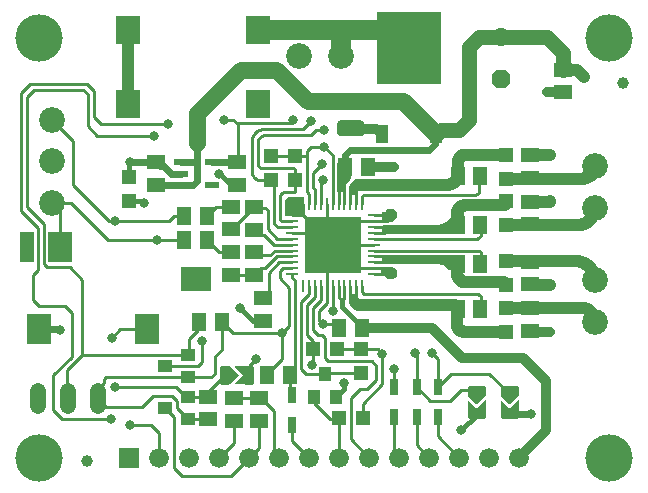
<source format=gbr>
G04 EAGLE Gerber RS-274X export*
G75*
%MOMM*%
%FSLAX34Y34*%
%LPD*%
%INTop Copper*%
%IPPOS*%
%AMOC8*
5,1,8,0,0,1.08239X$1,22.5*%
G01*
%ADD10R,0.250000X1.050000*%
%ADD11R,1.050000X0.250000*%
%ADD12R,4.700000X4.700000*%
%ADD13R,2.000000X2.400000*%
%ADD14C,2.184400*%
%ADD15R,5.400000X6.200000*%
%ADD16R,1.000000X1.600000*%
%ADD17R,1.200000X0.550000*%
%ADD18P,1.732040X8X292.500000*%
%ADD19C,1.600200*%
%ADD20R,1.500000X1.300000*%
%ADD21R,1.300000X1.500000*%
%ADD22R,1.300000X1.200000*%
%ADD23R,1.200000X1.300000*%
%ADD24C,1.320800*%
%ADD25C,0.381000*%
%ADD26R,0.800000X1.350000*%
%ADD27R,1.200000X1.000000*%
%ADD28R,1.000000X1.200000*%
%ADD29C,1.000000*%
%ADD30C,4.000000*%
%ADD31R,1.676400X1.676400*%
%ADD32C,1.676400*%
%ADD33R,2.000000X2.500000*%
%ADD34R,2.500000X2.000000*%
%ADD35R,1.200000X2.500000*%
%ADD36C,0.254000*%
%ADD37C,0.800100*%
%ADD38C,0.609600*%
%ADD39C,0.812800*%
%ADD40C,0.406400*%
%ADD41C,1.422400*%
%ADD42C,1.270000*%
%ADD43C,1.016000*%
%ADD44C,1.676400*%

G36*
X383018Y214646D02*
X383018Y214646D01*
X383137Y214653D01*
X383175Y214666D01*
X383216Y214671D01*
X383326Y214714D01*
X383439Y214751D01*
X383474Y214773D01*
X383511Y214788D01*
X383607Y214858D01*
X383708Y214921D01*
X383736Y214951D01*
X383769Y214974D01*
X383845Y215066D01*
X383926Y215153D01*
X383946Y215188D01*
X383971Y215219D01*
X384022Y215327D01*
X384080Y215431D01*
X384090Y215471D01*
X384107Y215507D01*
X384129Y215624D01*
X384159Y215739D01*
X384163Y215800D01*
X384167Y215820D01*
X384165Y215840D01*
X384169Y215900D01*
X384169Y227330D01*
X384154Y227448D01*
X384147Y227567D01*
X384134Y227605D01*
X384129Y227646D01*
X384086Y227756D01*
X384049Y227869D01*
X384027Y227904D01*
X384012Y227941D01*
X383943Y228037D01*
X383879Y228138D01*
X383849Y228166D01*
X383826Y228199D01*
X383734Y228275D01*
X383647Y228356D01*
X383612Y228376D01*
X383581Y228401D01*
X383473Y228452D01*
X383369Y228510D01*
X383329Y228520D01*
X383293Y228537D01*
X383176Y228559D01*
X383061Y228589D01*
X383001Y228593D01*
X382981Y228597D01*
X382960Y228595D01*
X382900Y228599D01*
X374010Y228599D01*
X373858Y228580D01*
X373704Y228562D01*
X373699Y228560D01*
X373694Y228559D01*
X373551Y228503D01*
X373408Y228447D01*
X373403Y228444D01*
X373399Y228442D01*
X373275Y228352D01*
X373149Y228262D01*
X373144Y228257D01*
X373141Y228256D01*
X373136Y228249D01*
X373135Y228248D01*
X373038Y228146D01*
X371523Y226340D01*
X369820Y224860D01*
X367907Y223664D01*
X365829Y222782D01*
X363694Y222249D01*
X317180Y222249D01*
X317062Y222234D01*
X316943Y222227D01*
X316905Y222214D01*
X316864Y222209D01*
X316754Y222166D01*
X316641Y222129D01*
X316606Y222107D01*
X316569Y222092D01*
X316473Y222023D01*
X316372Y221959D01*
X316344Y221929D01*
X316311Y221906D01*
X316236Y221814D01*
X316154Y221727D01*
X316134Y221692D01*
X316109Y221661D01*
X316058Y221553D01*
X316000Y221449D01*
X315990Y221409D01*
X315973Y221373D01*
X315951Y221256D01*
X315921Y221141D01*
X315917Y221081D01*
X315913Y221061D01*
X315913Y221058D01*
X315914Y221039D01*
X315911Y220980D01*
X315911Y215900D01*
X315926Y215782D01*
X315933Y215663D01*
X315946Y215625D01*
X315951Y215584D01*
X315994Y215474D01*
X316031Y215361D01*
X316053Y215326D01*
X316068Y215289D01*
X316138Y215193D01*
X316201Y215092D01*
X316231Y215064D01*
X316254Y215031D01*
X316346Y214956D01*
X316433Y214874D01*
X316468Y214854D01*
X316499Y214829D01*
X316607Y214778D01*
X316711Y214720D01*
X316751Y214710D01*
X316787Y214693D01*
X316904Y214671D01*
X317019Y214641D01*
X317080Y214637D01*
X317100Y214633D01*
X317120Y214635D01*
X317180Y214631D01*
X382900Y214631D01*
X383018Y214646D01*
G37*
G36*
X383018Y184166D02*
X383018Y184166D01*
X383137Y184173D01*
X383175Y184186D01*
X383216Y184191D01*
X383326Y184234D01*
X383439Y184271D01*
X383474Y184293D01*
X383511Y184308D01*
X383607Y184378D01*
X383708Y184441D01*
X383736Y184471D01*
X383769Y184494D01*
X383845Y184586D01*
X383926Y184673D01*
X383946Y184708D01*
X383971Y184739D01*
X384022Y184847D01*
X384080Y184951D01*
X384090Y184991D01*
X384107Y185027D01*
X384129Y185144D01*
X384159Y185259D01*
X384163Y185320D01*
X384167Y185340D01*
X384165Y185360D01*
X384169Y185420D01*
X384169Y195580D01*
X384154Y195698D01*
X384147Y195817D01*
X384134Y195855D01*
X384129Y195896D01*
X384086Y196006D01*
X384049Y196119D01*
X384027Y196154D01*
X384012Y196191D01*
X383943Y196287D01*
X383879Y196388D01*
X383849Y196416D01*
X383826Y196449D01*
X383734Y196525D01*
X383647Y196606D01*
X383612Y196626D01*
X383581Y196651D01*
X383473Y196702D01*
X383369Y196760D01*
X383329Y196770D01*
X383293Y196787D01*
X383176Y196809D01*
X383061Y196839D01*
X383001Y196843D01*
X382981Y196847D01*
X382960Y196845D01*
X382900Y196849D01*
X317180Y196849D01*
X317062Y196834D01*
X316943Y196827D01*
X316905Y196814D01*
X316864Y196809D01*
X316754Y196766D01*
X316641Y196729D01*
X316606Y196707D01*
X316569Y196692D01*
X316473Y196623D01*
X316372Y196559D01*
X316344Y196529D01*
X316311Y196506D01*
X316236Y196414D01*
X316154Y196327D01*
X316134Y196292D01*
X316109Y196261D01*
X316058Y196153D01*
X316000Y196049D01*
X315990Y196009D01*
X315973Y195973D01*
X315951Y195856D01*
X315921Y195741D01*
X315917Y195681D01*
X315913Y195661D01*
X315914Y195656D01*
X315913Y195655D01*
X315914Y195637D01*
X315911Y195580D01*
X315911Y190500D01*
X315926Y190382D01*
X315933Y190263D01*
X315946Y190225D01*
X315951Y190184D01*
X315994Y190074D01*
X316031Y189961D01*
X316053Y189926D01*
X316068Y189889D01*
X316138Y189793D01*
X316201Y189692D01*
X316231Y189664D01*
X316254Y189631D01*
X316346Y189556D01*
X316433Y189474D01*
X316468Y189454D01*
X316499Y189429D01*
X316607Y189378D01*
X316711Y189320D01*
X316751Y189310D01*
X316787Y189293D01*
X316904Y189271D01*
X317019Y189241D01*
X317080Y189237D01*
X317100Y189233D01*
X317120Y189235D01*
X317180Y189231D01*
X363719Y189231D01*
X365549Y188850D01*
X367326Y188177D01*
X368975Y187235D01*
X370456Y186046D01*
X371801Y184567D01*
X371898Y184483D01*
X371993Y184394D01*
X372019Y184379D01*
X372042Y184360D01*
X372158Y184303D01*
X372271Y184240D01*
X372301Y184233D01*
X372328Y184220D01*
X372454Y184193D01*
X372579Y184161D01*
X372623Y184158D01*
X372639Y184155D01*
X372661Y184156D01*
X372740Y184151D01*
X382900Y184151D01*
X383018Y184166D01*
G37*
G36*
X299024Y297741D02*
X299024Y297741D01*
X299108Y297742D01*
X299181Y297761D01*
X299256Y297771D01*
X299334Y297802D01*
X299415Y297823D01*
X299481Y297860D01*
X299551Y297888D01*
X299619Y297937D01*
X299693Y297978D01*
X299748Y298030D01*
X299809Y298074D01*
X299862Y298139D01*
X299923Y298198D01*
X299963Y298261D01*
X300011Y298319D01*
X300047Y298396D01*
X300092Y298467D01*
X300115Y298539D01*
X300147Y298607D01*
X300163Y298690D01*
X300188Y298770D01*
X300205Y298911D01*
X300207Y298920D01*
X300206Y298923D01*
X300207Y298930D01*
X300667Y307270D01*
X300665Y307308D01*
X300669Y307345D01*
X300658Y307506D01*
X300572Y308163D01*
X300550Y308246D01*
X300538Y308331D01*
X300494Y308461D01*
X300491Y308471D01*
X300489Y308474D01*
X300486Y308483D01*
X300232Y309096D01*
X300190Y309170D01*
X300156Y309249D01*
X300080Y309363D01*
X300075Y309372D01*
X300072Y309375D01*
X300067Y309383D01*
X299663Y309909D01*
X299614Y309959D01*
X299611Y309962D01*
X299601Y309972D01*
X299550Y310037D01*
X299447Y310127D01*
X299439Y310135D01*
X299436Y310137D01*
X299429Y310143D01*
X298903Y310547D01*
X298829Y310590D01*
X298760Y310641D01*
X298637Y310702D01*
X298628Y310707D01*
X298624Y310708D01*
X298616Y310712D01*
X298003Y310966D01*
X297920Y310989D01*
X297841Y311021D01*
X297707Y311047D01*
X297696Y311050D01*
X297692Y311050D01*
X297683Y311052D01*
X297026Y311138D01*
X297023Y311138D01*
X297021Y311139D01*
X296860Y311149D01*
X281460Y311149D01*
X281458Y311149D01*
X281455Y311149D01*
X281294Y311138D01*
X280637Y311052D01*
X280554Y311030D01*
X280469Y311018D01*
X280339Y310974D01*
X280329Y310971D01*
X280326Y310969D01*
X280317Y310966D01*
X279704Y310712D01*
X279630Y310670D01*
X279551Y310636D01*
X279437Y310560D01*
X279428Y310555D01*
X279425Y310552D01*
X279417Y310547D01*
X278891Y310143D01*
X278850Y310102D01*
X278819Y310080D01*
X278805Y310063D01*
X278763Y310030D01*
X278673Y309927D01*
X278665Y309919D01*
X278663Y309916D01*
X278657Y309909D01*
X278253Y309383D01*
X278210Y309309D01*
X278159Y309240D01*
X278098Y309117D01*
X278093Y309108D01*
X278092Y309104D01*
X278088Y309096D01*
X277834Y308483D01*
X277811Y308400D01*
X277779Y308321D01*
X277753Y308187D01*
X277750Y308176D01*
X277750Y308172D01*
X277748Y308163D01*
X277662Y307506D01*
X277662Y307503D01*
X277661Y307501D01*
X277651Y307340D01*
X277651Y300990D01*
X277661Y300911D01*
X277661Y300832D01*
X277691Y300675D01*
X277691Y300674D01*
X277839Y300097D01*
X277871Y300017D01*
X277893Y299935D01*
X277952Y299811D01*
X277956Y299801D01*
X277959Y299798D01*
X277963Y299790D01*
X278255Y299271D01*
X278306Y299202D01*
X278349Y299128D01*
X278439Y299024D01*
X278445Y299016D01*
X278448Y299013D01*
X278454Y299006D01*
X278871Y298581D01*
X278939Y298527D01*
X278999Y298467D01*
X279112Y298390D01*
X279121Y298383D01*
X279125Y298381D01*
X279132Y298376D01*
X279645Y298073D01*
X279724Y298039D01*
X279798Y297996D01*
X279927Y297951D01*
X279937Y297947D01*
X279941Y297946D01*
X279950Y297943D01*
X280524Y297783D01*
X280608Y297771D01*
X280691Y297749D01*
X280828Y297739D01*
X280838Y297737D01*
X280843Y297737D01*
X280852Y297737D01*
X281447Y297731D01*
X281451Y297731D01*
X281460Y297731D01*
X298940Y297731D01*
X299024Y297741D01*
G37*
G36*
X248718Y229886D02*
X248718Y229886D01*
X248837Y229893D01*
X248875Y229906D01*
X248916Y229911D01*
X249026Y229954D01*
X249139Y229991D01*
X249174Y230013D01*
X249211Y230028D01*
X249307Y230098D01*
X249408Y230161D01*
X249436Y230191D01*
X249469Y230214D01*
X249545Y230306D01*
X249626Y230393D01*
X249646Y230428D01*
X249671Y230459D01*
X249722Y230567D01*
X249780Y230671D01*
X249790Y230711D01*
X249807Y230747D01*
X249829Y230864D01*
X249859Y230979D01*
X249863Y231040D01*
X249867Y231060D01*
X249865Y231080D01*
X249869Y231140D01*
X249869Y245110D01*
X249854Y245228D01*
X249847Y245347D01*
X249834Y245385D01*
X249829Y245426D01*
X249786Y245536D01*
X249749Y245649D01*
X249727Y245684D01*
X249712Y245721D01*
X249643Y245817D01*
X249579Y245918D01*
X249549Y245946D01*
X249526Y245979D01*
X249434Y246055D01*
X249347Y246136D01*
X249312Y246156D01*
X249281Y246181D01*
X249173Y246232D01*
X249069Y246290D01*
X249029Y246300D01*
X248993Y246317D01*
X248876Y246339D01*
X248761Y246369D01*
X248701Y246373D01*
X248681Y246377D01*
X248660Y246375D01*
X248600Y246379D01*
X238440Y246379D01*
X238427Y246378D01*
X238298Y246371D01*
X237450Y246276D01*
X237390Y246261D01*
X237328Y246256D01*
X237173Y246213D01*
X236368Y245931D01*
X236312Y245903D01*
X236253Y245884D01*
X236112Y245807D01*
X235389Y245354D01*
X235341Y245314D01*
X235288Y245283D01*
X235167Y245176D01*
X234564Y244573D01*
X234526Y244524D01*
X234481Y244481D01*
X234387Y244351D01*
X233933Y243628D01*
X233906Y243572D01*
X233872Y243521D01*
X233809Y243372D01*
X233528Y242567D01*
X233515Y242506D01*
X233492Y242448D01*
X233464Y242290D01*
X233369Y241442D01*
X233369Y241428D01*
X233367Y241392D01*
X233363Y241375D01*
X233364Y241357D01*
X233361Y241300D01*
X233361Y231140D01*
X233376Y231022D01*
X233383Y230903D01*
X233396Y230865D01*
X233401Y230824D01*
X233444Y230714D01*
X233481Y230601D01*
X233503Y230566D01*
X233518Y230529D01*
X233588Y230433D01*
X233651Y230332D01*
X233681Y230304D01*
X233704Y230271D01*
X233796Y230196D01*
X233883Y230114D01*
X233918Y230094D01*
X233949Y230069D01*
X234057Y230018D01*
X234161Y229960D01*
X234201Y229950D01*
X234237Y229933D01*
X234354Y229911D01*
X234469Y229881D01*
X234530Y229877D01*
X234550Y229873D01*
X234570Y229875D01*
X234630Y229871D01*
X248600Y229871D01*
X248718Y229886D01*
G37*
G36*
X284278Y250206D02*
X284278Y250206D01*
X284397Y250213D01*
X284435Y250226D01*
X284476Y250231D01*
X284586Y250274D01*
X284699Y250311D01*
X284734Y250333D01*
X284771Y250348D01*
X284867Y250418D01*
X284968Y250481D01*
X284996Y250511D01*
X285029Y250534D01*
X285105Y250626D01*
X285186Y250713D01*
X285206Y250748D01*
X285231Y250779D01*
X285282Y250887D01*
X285340Y250991D01*
X285350Y251031D01*
X285367Y251067D01*
X285389Y251184D01*
X285419Y251299D01*
X285423Y251360D01*
X285427Y251380D01*
X285425Y251400D01*
X285429Y251460D01*
X285429Y257284D01*
X288868Y260723D01*
X288928Y260801D01*
X288996Y260873D01*
X289018Y260912D01*
X289035Y260933D01*
X289042Y260947D01*
X289062Y260974D01*
X289102Y261065D01*
X289150Y261151D01*
X289164Y261206D01*
X289171Y261221D01*
X289172Y261227D01*
X289189Y261266D01*
X289204Y261364D01*
X289229Y261459D01*
X289235Y261559D01*
X289239Y261580D01*
X289237Y261592D01*
X289239Y261620D01*
X289239Y274320D01*
X289224Y274438D01*
X289217Y274557D01*
X289204Y274595D01*
X289199Y274636D01*
X289156Y274746D01*
X289119Y274859D01*
X289097Y274894D01*
X289082Y274931D01*
X289013Y275027D01*
X288949Y275128D01*
X288919Y275156D01*
X288896Y275189D01*
X288804Y275265D01*
X288717Y275346D01*
X288682Y275366D01*
X288651Y275391D01*
X288543Y275442D01*
X288439Y275500D01*
X288399Y275510D01*
X288363Y275527D01*
X288246Y275549D01*
X288131Y275579D01*
X288071Y275583D01*
X288051Y275587D01*
X288030Y275585D01*
X287970Y275589D01*
X279080Y275589D01*
X278962Y275574D01*
X278843Y275567D01*
X278805Y275554D01*
X278764Y275549D01*
X278654Y275506D01*
X278541Y275469D01*
X278506Y275447D01*
X278469Y275432D01*
X278373Y275363D01*
X278272Y275299D01*
X278244Y275269D01*
X278211Y275246D01*
X278136Y275154D01*
X278054Y275067D01*
X278034Y275032D01*
X278009Y275001D01*
X277958Y274893D01*
X277900Y274789D01*
X277890Y274749D01*
X277873Y274713D01*
X277851Y274596D01*
X277821Y274481D01*
X277817Y274421D01*
X277813Y274401D01*
X277814Y274390D01*
X277813Y274387D01*
X277814Y274374D01*
X277811Y274320D01*
X277811Y251460D01*
X277826Y251342D01*
X277833Y251223D01*
X277846Y251185D01*
X277851Y251144D01*
X277894Y251034D01*
X277931Y250921D01*
X277953Y250886D01*
X277968Y250849D01*
X278038Y250753D01*
X278101Y250652D01*
X278131Y250624D01*
X278154Y250591D01*
X278246Y250516D01*
X278333Y250434D01*
X278368Y250414D01*
X278399Y250389D01*
X278507Y250338D01*
X278611Y250280D01*
X278651Y250270D01*
X278687Y250253D01*
X278804Y250231D01*
X278919Y250201D01*
X278980Y250197D01*
X279000Y250193D01*
X279020Y250195D01*
X279080Y250191D01*
X284160Y250191D01*
X284278Y250206D01*
G37*
G36*
X395949Y70497D02*
X395949Y70497D01*
X396005Y70500D01*
X396018Y70510D01*
X396033Y70512D01*
X396099Y70560D01*
X403465Y77926D01*
X403490Y77971D01*
X403493Y77975D01*
X403494Y77977D01*
X403526Y78025D01*
X403529Y78042D01*
X403533Y78049D01*
X403532Y78062D01*
X403539Y78105D01*
X403539Y83820D01*
X403535Y83835D01*
X403537Y83851D01*
X403516Y83902D01*
X403500Y83955D01*
X403488Y83966D01*
X403482Y83980D01*
X403436Y84012D01*
X403395Y84049D01*
X403379Y84051D01*
X403366Y84060D01*
X403286Y84073D01*
X388554Y84073D01*
X388539Y84069D01*
X388523Y84071D01*
X388472Y84050D01*
X388419Y84034D01*
X388408Y84022D01*
X388394Y84016D01*
X388362Y83970D01*
X388325Y83929D01*
X388323Y83913D01*
X388314Y83900D01*
X388301Y83820D01*
X388301Y78105D01*
X388317Y78049D01*
X388327Y77992D01*
X388338Y77978D01*
X388340Y77970D01*
X388350Y77961D01*
X388375Y77926D01*
X395741Y70560D01*
X395755Y70552D01*
X395764Y70540D01*
X395816Y70519D01*
X395864Y70492D01*
X395880Y70493D01*
X395895Y70487D01*
X395949Y70497D01*
G37*
G36*
X423889Y70497D02*
X423889Y70497D01*
X423945Y70500D01*
X423958Y70510D01*
X423973Y70512D01*
X424039Y70560D01*
X431405Y77926D01*
X431430Y77971D01*
X431433Y77975D01*
X431434Y77977D01*
X431466Y78025D01*
X431469Y78042D01*
X431473Y78049D01*
X431472Y78062D01*
X431479Y78105D01*
X431479Y83820D01*
X431475Y83835D01*
X431477Y83851D01*
X431456Y83902D01*
X431440Y83955D01*
X431428Y83966D01*
X431422Y83980D01*
X431376Y84012D01*
X431335Y84049D01*
X431319Y84051D01*
X431306Y84060D01*
X431226Y84073D01*
X416494Y84073D01*
X416479Y84069D01*
X416463Y84071D01*
X416412Y84050D01*
X416359Y84034D01*
X416348Y84022D01*
X416334Y84016D01*
X416302Y83970D01*
X416265Y83929D01*
X416263Y83913D01*
X416254Y83900D01*
X416241Y83820D01*
X416241Y78105D01*
X416257Y78049D01*
X416267Y77992D01*
X416278Y77978D01*
X416280Y77970D01*
X416290Y77961D01*
X416315Y77926D01*
X423681Y70560D01*
X423695Y70552D01*
X423704Y70540D01*
X423756Y70519D01*
X423804Y70492D01*
X423820Y70493D01*
X423835Y70487D01*
X423889Y70497D01*
G37*
G36*
X187061Y87647D02*
X187061Y87647D01*
X187118Y87657D01*
X187132Y87668D01*
X187140Y87670D01*
X187149Y87680D01*
X187184Y87705D01*
X194550Y95071D01*
X194558Y95085D01*
X194570Y95094D01*
X194591Y95146D01*
X194618Y95194D01*
X194617Y95210D01*
X194623Y95225D01*
X194613Y95279D01*
X194610Y95335D01*
X194600Y95348D01*
X194598Y95363D01*
X194550Y95429D01*
X187184Y102795D01*
X187133Y102823D01*
X187085Y102856D01*
X187068Y102859D01*
X187061Y102863D01*
X187048Y102862D01*
X187005Y102869D01*
X181290Y102869D01*
X181275Y102865D01*
X181259Y102867D01*
X181208Y102846D01*
X181155Y102830D01*
X181144Y102818D01*
X181130Y102812D01*
X181098Y102766D01*
X181061Y102725D01*
X181059Y102709D01*
X181050Y102696D01*
X181037Y102616D01*
X181037Y87884D01*
X181041Y87869D01*
X181039Y87853D01*
X181060Y87802D01*
X181076Y87749D01*
X181088Y87738D01*
X181094Y87724D01*
X181140Y87692D01*
X181181Y87655D01*
X181197Y87653D01*
X181210Y87644D01*
X181290Y87631D01*
X187005Y87631D01*
X187061Y87647D01*
G37*
G36*
X204165Y87635D02*
X204165Y87635D01*
X204181Y87633D01*
X204232Y87654D01*
X204285Y87670D01*
X204296Y87682D01*
X204310Y87688D01*
X204342Y87734D01*
X204379Y87775D01*
X204381Y87791D01*
X204390Y87804D01*
X204403Y87884D01*
X204403Y102616D01*
X204399Y102631D01*
X204401Y102647D01*
X204380Y102698D01*
X204364Y102751D01*
X204352Y102762D01*
X204346Y102776D01*
X204300Y102808D01*
X204259Y102845D01*
X204243Y102847D01*
X204230Y102856D01*
X204150Y102869D01*
X191450Y102869D01*
X191410Y102858D01*
X191369Y102856D01*
X191344Y102839D01*
X191315Y102830D01*
X191287Y102799D01*
X191253Y102776D01*
X191242Y102748D01*
X191221Y102725D01*
X191215Y102684D01*
X191199Y102646D01*
X191204Y102616D01*
X191199Y102585D01*
X191215Y102547D01*
X191222Y102507D01*
X191249Y102467D01*
X191254Y102456D01*
X191260Y102452D01*
X191268Y102440D01*
X198210Y95250D01*
X191268Y88060D01*
X191249Y88023D01*
X191221Y87993D01*
X191216Y87962D01*
X191202Y87935D01*
X191205Y87894D01*
X191199Y87853D01*
X191211Y87825D01*
X191213Y87795D01*
X191238Y87762D01*
X191254Y87724D01*
X191279Y87706D01*
X191297Y87682D01*
X191336Y87667D01*
X191370Y87644D01*
X191417Y87636D01*
X191429Y87632D01*
X191436Y87633D01*
X191450Y87631D01*
X204150Y87631D01*
X204165Y87635D01*
G37*
G36*
X431241Y60711D02*
X431241Y60711D01*
X431257Y60709D01*
X431308Y60730D01*
X431361Y60746D01*
X431372Y60758D01*
X431386Y60764D01*
X431418Y60810D01*
X431455Y60851D01*
X431457Y60867D01*
X431466Y60880D01*
X431479Y60960D01*
X431479Y73660D01*
X431468Y73700D01*
X431466Y73741D01*
X431449Y73766D01*
X431440Y73795D01*
X431409Y73823D01*
X431386Y73857D01*
X431358Y73869D01*
X431335Y73889D01*
X431294Y73895D01*
X431256Y73912D01*
X431226Y73907D01*
X431195Y73911D01*
X431157Y73895D01*
X431117Y73889D01*
X431077Y73861D01*
X431066Y73856D01*
X431062Y73850D01*
X431050Y73842D01*
X423860Y66900D01*
X416670Y73842D01*
X416633Y73861D01*
X416603Y73889D01*
X416572Y73894D01*
X416545Y73908D01*
X416504Y73905D01*
X416463Y73911D01*
X416435Y73899D01*
X416405Y73897D01*
X416372Y73872D01*
X416334Y73856D01*
X416316Y73831D01*
X416292Y73813D01*
X416277Y73774D01*
X416254Y73740D01*
X416246Y73693D01*
X416242Y73681D01*
X416243Y73674D01*
X416241Y73660D01*
X416241Y60960D01*
X416245Y60945D01*
X416243Y60929D01*
X416264Y60878D01*
X416280Y60825D01*
X416292Y60814D01*
X416298Y60800D01*
X416344Y60768D01*
X416385Y60731D01*
X416401Y60729D01*
X416414Y60720D01*
X416494Y60707D01*
X431226Y60707D01*
X431241Y60711D01*
G37*
G36*
X403301Y60711D02*
X403301Y60711D01*
X403317Y60709D01*
X403368Y60730D01*
X403421Y60746D01*
X403432Y60758D01*
X403446Y60764D01*
X403478Y60810D01*
X403515Y60851D01*
X403517Y60867D01*
X403526Y60880D01*
X403539Y60960D01*
X403539Y73660D01*
X403528Y73700D01*
X403526Y73741D01*
X403509Y73766D01*
X403500Y73795D01*
X403469Y73823D01*
X403446Y73857D01*
X403418Y73869D01*
X403395Y73889D01*
X403354Y73895D01*
X403316Y73912D01*
X403286Y73907D01*
X403255Y73911D01*
X403217Y73895D01*
X403177Y73889D01*
X403137Y73861D01*
X403126Y73856D01*
X403122Y73850D01*
X403110Y73842D01*
X395920Y66900D01*
X388730Y73842D01*
X388693Y73861D01*
X388663Y73889D01*
X388632Y73894D01*
X388605Y73908D01*
X388564Y73905D01*
X388523Y73911D01*
X388495Y73899D01*
X388465Y73897D01*
X388432Y73872D01*
X388394Y73856D01*
X388376Y73831D01*
X388352Y73813D01*
X388337Y73774D01*
X388314Y73740D01*
X388306Y73693D01*
X388302Y73681D01*
X388303Y73674D01*
X388301Y73660D01*
X388301Y60960D01*
X388305Y60945D01*
X388303Y60929D01*
X388324Y60878D01*
X388340Y60825D01*
X388352Y60814D01*
X388358Y60800D01*
X388404Y60768D01*
X388445Y60731D01*
X388461Y60729D01*
X388474Y60720D01*
X388554Y60707D01*
X403286Y60707D01*
X403301Y60711D01*
G37*
G36*
X294438Y247666D02*
X294438Y247666D01*
X294557Y247673D01*
X294595Y247686D01*
X294636Y247691D01*
X294746Y247734D01*
X294859Y247771D01*
X294894Y247793D01*
X294931Y247808D01*
X295027Y247878D01*
X295128Y247941D01*
X295156Y247971D01*
X295189Y247994D01*
X295265Y248086D01*
X295346Y248173D01*
X295366Y248208D01*
X295391Y248239D01*
X295442Y248347D01*
X295500Y248451D01*
X295510Y248491D01*
X295527Y248527D01*
X295549Y248644D01*
X295579Y248759D01*
X295583Y248820D01*
X295587Y248840D01*
X295585Y248860D01*
X295589Y248920D01*
X295589Y251360D01*
X295603Y251447D01*
X295690Y251461D01*
X298130Y251461D01*
X298248Y251476D01*
X298367Y251483D01*
X298405Y251496D01*
X298446Y251501D01*
X298556Y251544D01*
X298669Y251581D01*
X298704Y251603D01*
X298741Y251618D01*
X298837Y251688D01*
X298938Y251751D01*
X298966Y251781D01*
X298999Y251804D01*
X299075Y251896D01*
X299156Y251983D01*
X299176Y252018D01*
X299201Y252049D01*
X299252Y252157D01*
X299310Y252261D01*
X299320Y252301D01*
X299337Y252337D01*
X299359Y252454D01*
X299389Y252569D01*
X299393Y252630D01*
X299397Y252650D01*
X299395Y252670D01*
X299399Y252730D01*
X299399Y260350D01*
X299384Y260468D01*
X299377Y260587D01*
X299364Y260625D01*
X299359Y260666D01*
X299316Y260776D01*
X299279Y260889D01*
X299257Y260924D01*
X299242Y260961D01*
X299173Y261057D01*
X299109Y261158D01*
X299079Y261186D01*
X299056Y261219D01*
X298964Y261295D01*
X298877Y261376D01*
X298842Y261396D01*
X298811Y261421D01*
X298703Y261472D01*
X298599Y261530D01*
X298559Y261540D01*
X298523Y261557D01*
X298406Y261579D01*
X298291Y261609D01*
X298231Y261613D01*
X298211Y261617D01*
X298190Y261615D01*
X298130Y261619D01*
X296860Y261619D01*
X296840Y261617D01*
X296736Y261613D01*
X295249Y261467D01*
X295206Y261457D01*
X295162Y261455D01*
X295005Y261418D01*
X293576Y260985D01*
X293535Y260967D01*
X293492Y260956D01*
X293346Y260889D01*
X292028Y260185D01*
X291992Y260160D01*
X291952Y260141D01*
X291821Y260047D01*
X290667Y259099D01*
X290636Y259067D01*
X290601Y259041D01*
X290491Y258923D01*
X289543Y257769D01*
X289519Y257731D01*
X289490Y257699D01*
X289405Y257562D01*
X288701Y256244D01*
X288685Y256203D01*
X288662Y256165D01*
X288605Y256015D01*
X288172Y254585D01*
X288164Y254541D01*
X288149Y254500D01*
X288123Y254341D01*
X287977Y252854D01*
X287977Y252835D01*
X287977Y252827D01*
X287973Y252808D01*
X287975Y252789D01*
X287971Y252730D01*
X287971Y248920D01*
X287986Y248802D01*
X287993Y248683D01*
X288006Y248645D01*
X288011Y248604D01*
X288054Y248494D01*
X288091Y248381D01*
X288113Y248346D01*
X288128Y248309D01*
X288198Y248213D01*
X288261Y248112D01*
X288291Y248084D01*
X288314Y248051D01*
X288406Y247976D01*
X288493Y247894D01*
X288528Y247874D01*
X288559Y247849D01*
X288667Y247798D01*
X288771Y247740D01*
X288811Y247730D01*
X288847Y247713D01*
X288964Y247691D01*
X289079Y247661D01*
X289140Y247657D01*
X289160Y247653D01*
X289180Y247655D01*
X289240Y247651D01*
X294320Y247651D01*
X294438Y247666D01*
G37*
G36*
X322273Y224792D02*
X322273Y224792D01*
X322402Y224799D01*
X323533Y224926D01*
X323593Y224941D01*
X323655Y224946D01*
X323810Y224989D01*
X324883Y225365D01*
X324939Y225393D01*
X324998Y225412D01*
X325139Y225488D01*
X326103Y226094D01*
X326151Y226133D01*
X326204Y226164D01*
X326325Y226271D01*
X327129Y227075D01*
X327167Y227124D01*
X327212Y227167D01*
X327306Y227297D01*
X327696Y227918D01*
X327912Y228261D01*
X327938Y228317D01*
X327972Y228368D01*
X328035Y228517D01*
X328411Y229590D01*
X328424Y229651D01*
X328446Y229709D01*
X328474Y229867D01*
X328601Y230998D01*
X328601Y231028D01*
X328606Y231056D01*
X328604Y231088D01*
X328609Y231121D01*
X328601Y231282D01*
X328506Y232130D01*
X328491Y232190D01*
X328486Y232252D01*
X328443Y232407D01*
X328161Y233212D01*
X328133Y233268D01*
X328114Y233327D01*
X328037Y233468D01*
X327584Y234191D01*
X327544Y234239D01*
X327513Y234292D01*
X327406Y234413D01*
X326803Y235016D01*
X326754Y235054D01*
X326711Y235099D01*
X326581Y235194D01*
X325858Y235647D01*
X325802Y235674D01*
X325751Y235708D01*
X325602Y235771D01*
X324797Y236053D01*
X324736Y236066D01*
X324678Y236088D01*
X324520Y236116D01*
X323672Y236211D01*
X323658Y236211D01*
X323530Y236219D01*
X322260Y236219D01*
X322258Y236219D01*
X322255Y236219D01*
X322094Y236208D01*
X321437Y236122D01*
X321354Y236100D01*
X321269Y236088D01*
X321139Y236044D01*
X321129Y236041D01*
X321126Y236039D01*
X321117Y236036D01*
X320504Y235782D01*
X320430Y235740D01*
X320351Y235706D01*
X320237Y235630D01*
X320228Y235625D01*
X320225Y235622D01*
X320217Y235617D01*
X319691Y235213D01*
X319631Y235153D01*
X319563Y235100D01*
X319473Y234997D01*
X319465Y234989D01*
X319463Y234986D01*
X319457Y234979D01*
X319053Y234453D01*
X319020Y234396D01*
X318987Y234356D01*
X318977Y234335D01*
X318959Y234310D01*
X318898Y234187D01*
X318893Y234178D01*
X318892Y234174D01*
X318888Y234166D01*
X318686Y233679D01*
X317180Y233679D01*
X317062Y233664D01*
X316943Y233657D01*
X316905Y233644D01*
X316864Y233639D01*
X316754Y233596D01*
X316641Y233559D01*
X316606Y233537D01*
X316569Y233522D01*
X316473Y233453D01*
X316372Y233389D01*
X316344Y233359D01*
X316311Y233336D01*
X316236Y233244D01*
X316154Y233157D01*
X316134Y233122D01*
X316109Y233091D01*
X316058Y232983D01*
X316000Y232879D01*
X315990Y232839D01*
X315973Y232803D01*
X315951Y232686D01*
X315921Y232571D01*
X315917Y232511D01*
X315913Y232491D01*
X315914Y232488D01*
X315913Y232487D01*
X315914Y232468D01*
X315911Y232410D01*
X315911Y226060D01*
X315926Y225942D01*
X315933Y225823D01*
X315946Y225785D01*
X315951Y225744D01*
X315994Y225634D01*
X316031Y225521D01*
X316053Y225486D01*
X316068Y225449D01*
X316138Y225353D01*
X316201Y225252D01*
X316231Y225224D01*
X316254Y225191D01*
X316346Y225116D01*
X316433Y225034D01*
X316468Y225014D01*
X316499Y224989D01*
X316607Y224938D01*
X316711Y224880D01*
X316751Y224870D01*
X316787Y224853D01*
X316904Y224831D01*
X317019Y224801D01*
X317080Y224797D01*
X317100Y224793D01*
X317120Y224795D01*
X317180Y224791D01*
X322260Y224791D01*
X322273Y224792D01*
G37*
G36*
X323543Y176532D02*
X323543Y176532D01*
X323672Y176539D01*
X324520Y176634D01*
X324580Y176649D01*
X324642Y176654D01*
X324797Y176698D01*
X325602Y176979D01*
X325658Y177007D01*
X325717Y177026D01*
X325858Y177103D01*
X326581Y177557D01*
X326629Y177596D01*
X326682Y177627D01*
X326803Y177734D01*
X327406Y178337D01*
X327444Y178386D01*
X327489Y178429D01*
X327584Y178559D01*
X328037Y179282D01*
X328064Y179338D01*
X328098Y179389D01*
X328161Y179538D01*
X328443Y180343D01*
X328456Y180404D01*
X328478Y180462D01*
X328506Y180620D01*
X328601Y181468D01*
X328601Y181498D01*
X328606Y181527D01*
X328605Y181559D01*
X328609Y181591D01*
X328601Y181752D01*
X328506Y182600D01*
X328491Y182660D01*
X328486Y182722D01*
X328443Y182877D01*
X328161Y183682D01*
X328133Y183738D01*
X328114Y183797D01*
X328037Y183938D01*
X327584Y184661D01*
X327544Y184709D01*
X327513Y184762D01*
X327406Y184883D01*
X326803Y185486D01*
X326754Y185524D01*
X326711Y185569D01*
X326581Y185664D01*
X325858Y186117D01*
X325802Y186144D01*
X325751Y186178D01*
X325602Y186241D01*
X324797Y186523D01*
X324736Y186536D01*
X324678Y186558D01*
X324520Y186586D01*
X323672Y186681D01*
X323658Y186681D01*
X323530Y186689D01*
X315910Y186689D01*
X315792Y186674D01*
X315673Y186667D01*
X315635Y186654D01*
X315594Y186649D01*
X315484Y186606D01*
X315371Y186569D01*
X315336Y186547D01*
X315299Y186532D01*
X315203Y186463D01*
X315102Y186399D01*
X315074Y186369D01*
X315041Y186346D01*
X314966Y186254D01*
X314884Y186167D01*
X314864Y186132D01*
X314839Y186101D01*
X314788Y185993D01*
X314730Y185889D01*
X314720Y185849D01*
X314703Y185813D01*
X314681Y185696D01*
X314651Y185581D01*
X314647Y185521D01*
X314643Y185501D01*
X314644Y185497D01*
X314643Y185496D01*
X314644Y185478D01*
X314641Y185420D01*
X314641Y180340D01*
X314656Y180222D01*
X314663Y180103D01*
X314676Y180065D01*
X314681Y180024D01*
X314724Y179914D01*
X314761Y179801D01*
X314783Y179766D01*
X314798Y179729D01*
X314868Y179633D01*
X314931Y179532D01*
X314961Y179504D01*
X314984Y179471D01*
X315076Y179396D01*
X315163Y179314D01*
X315198Y179294D01*
X315229Y179269D01*
X315337Y179218D01*
X315441Y179160D01*
X315481Y179150D01*
X315517Y179133D01*
X315634Y179111D01*
X315749Y179081D01*
X315810Y179077D01*
X315830Y179073D01*
X315850Y179075D01*
X315910Y179071D01*
X318686Y179071D01*
X318888Y178584D01*
X318903Y178557D01*
X318912Y178530D01*
X318941Y178484D01*
X318964Y178431D01*
X319040Y178317D01*
X319045Y178308D01*
X319048Y178305D01*
X319053Y178297D01*
X319457Y177771D01*
X319517Y177711D01*
X319570Y177643D01*
X319673Y177553D01*
X319681Y177545D01*
X319684Y177543D01*
X319691Y177537D01*
X320217Y177133D01*
X320291Y177090D01*
X320360Y177039D01*
X320483Y176978D01*
X320492Y176973D01*
X320496Y176972D01*
X320504Y176968D01*
X321117Y176714D01*
X321200Y176691D01*
X321279Y176659D01*
X321413Y176633D01*
X321424Y176630D01*
X321428Y176630D01*
X321437Y176628D01*
X322094Y176542D01*
X322097Y176542D01*
X322099Y176541D01*
X322260Y176531D01*
X323530Y176531D01*
X323543Y176532D01*
G37*
G36*
X296978Y151146D02*
X296978Y151146D01*
X297097Y151153D01*
X297135Y151166D01*
X297176Y151171D01*
X297286Y151214D01*
X297399Y151251D01*
X297434Y151273D01*
X297471Y151288D01*
X297567Y151358D01*
X297668Y151421D01*
X297696Y151451D01*
X297729Y151474D01*
X297805Y151566D01*
X297886Y151653D01*
X297906Y151688D01*
X297931Y151719D01*
X297982Y151827D01*
X298040Y151931D01*
X298050Y151971D01*
X298067Y152007D01*
X298089Y152124D01*
X298119Y152239D01*
X298123Y152300D01*
X298127Y152320D01*
X298125Y152340D01*
X298129Y152400D01*
X298129Y158750D01*
X298125Y158786D01*
X298127Y158822D01*
X298112Y158906D01*
X298107Y158983D01*
X298095Y159019D01*
X298089Y159066D01*
X298076Y159099D01*
X298070Y159135D01*
X298030Y159219D01*
X298009Y159286D01*
X297991Y159314D01*
X297972Y159361D01*
X297951Y159390D01*
X297936Y159423D01*
X297873Y159501D01*
X297839Y159554D01*
X297818Y159574D01*
X297786Y159619D01*
X297758Y159642D01*
X297735Y159670D01*
X297649Y159733D01*
X297607Y159772D01*
X297585Y159784D01*
X297541Y159821D01*
X297508Y159837D01*
X297479Y159858D01*
X297376Y159900D01*
X297329Y159926D01*
X297307Y159931D01*
X297253Y159957D01*
X297217Y159964D01*
X297184Y159977D01*
X297026Y160008D01*
X296534Y160073D01*
X296230Y160199D01*
X295969Y160399D01*
X295769Y160660D01*
X295643Y160964D01*
X295589Y161373D01*
X295589Y162560D01*
X295574Y162678D01*
X295567Y162797D01*
X295554Y162835D01*
X295549Y162876D01*
X295506Y162986D01*
X295469Y163099D01*
X295447Y163134D01*
X295432Y163171D01*
X295363Y163267D01*
X295299Y163368D01*
X295269Y163396D01*
X295246Y163429D01*
X295154Y163505D01*
X295067Y163586D01*
X295032Y163606D01*
X295001Y163631D01*
X294893Y163682D01*
X294789Y163740D01*
X294749Y163750D01*
X294713Y163767D01*
X294596Y163789D01*
X294481Y163819D01*
X294421Y163823D01*
X294401Y163827D01*
X294380Y163825D01*
X294320Y163829D01*
X289240Y163829D01*
X289122Y163814D01*
X289003Y163807D01*
X288965Y163794D01*
X288924Y163789D01*
X288814Y163746D01*
X288701Y163709D01*
X288666Y163687D01*
X288629Y163672D01*
X288533Y163603D01*
X288432Y163539D01*
X288404Y163509D01*
X288371Y163486D01*
X288296Y163394D01*
X288214Y163307D01*
X288194Y163272D01*
X288169Y163241D01*
X288118Y163133D01*
X288060Y163029D01*
X288050Y162989D01*
X288033Y162953D01*
X288011Y162836D01*
X287981Y162721D01*
X287977Y162661D01*
X287973Y162641D01*
X287974Y162636D01*
X287973Y162635D01*
X287974Y162617D01*
X287971Y162560D01*
X287971Y157480D01*
X287972Y157467D01*
X287979Y157338D01*
X288106Y156207D01*
X288121Y156147D01*
X288126Y156085D01*
X288169Y155930D01*
X288545Y154857D01*
X288573Y154801D01*
X288592Y154742D01*
X288668Y154601D01*
X289274Y153637D01*
X289313Y153590D01*
X289344Y153536D01*
X289451Y153415D01*
X290255Y152611D01*
X290304Y152573D01*
X290347Y152528D01*
X290477Y152434D01*
X291441Y151828D01*
X291497Y151802D01*
X291548Y151768D01*
X291697Y151705D01*
X292770Y151329D01*
X292831Y151316D01*
X292889Y151294D01*
X293047Y151266D01*
X294178Y151139D01*
X294192Y151139D01*
X294320Y151131D01*
X296860Y151131D01*
X296978Y151146D01*
G37*
D10*
X299000Y240490D03*
X294000Y240490D03*
X289000Y240490D03*
X284000Y240490D03*
X279000Y240490D03*
X274000Y240490D03*
X269000Y240490D03*
X264000Y240490D03*
X259000Y240490D03*
X254000Y240490D03*
X249000Y240490D03*
D11*
X239250Y230740D03*
X239250Y225740D03*
X239250Y220740D03*
X239250Y215740D03*
X239250Y210740D03*
X239250Y205740D03*
X239250Y200740D03*
X239250Y195740D03*
X239250Y190740D03*
X239250Y185740D03*
X239250Y180740D03*
D10*
X249000Y170990D03*
X254000Y170990D03*
X259000Y170990D03*
X264000Y170990D03*
X269000Y170990D03*
X274000Y170990D03*
X279000Y170990D03*
X284000Y170990D03*
X289000Y170990D03*
X294000Y170990D03*
X299000Y170990D03*
D11*
X308750Y180740D03*
X308750Y185740D03*
X308750Y190740D03*
X308750Y195740D03*
X308750Y200740D03*
X308750Y205740D03*
X308750Y210740D03*
X308750Y215740D03*
X308750Y220740D03*
X308750Y225740D03*
X308750Y230740D03*
D12*
X274000Y205740D03*
D13*
X210890Y387190D03*
X210890Y325190D03*
X100890Y325190D03*
X100890Y387190D03*
D14*
X245840Y365600D03*
X280840Y365600D03*
D15*
X338770Y372090D03*
D16*
X315970Y299090D03*
X361570Y299090D03*
D17*
X145559Y275420D03*
X145559Y265920D03*
X145559Y256420D03*
X171561Y256420D03*
X171561Y275420D03*
D18*
X416810Y346010D03*
D19*
X416810Y381570D03*
D20*
X124480Y256420D03*
X124480Y275420D03*
X469270Y353940D03*
X469270Y334940D03*
X193230Y275420D03*
X193230Y256420D03*
X215326Y160376D03*
X215326Y141376D03*
D21*
X379750Y189230D03*
X398750Y189230D03*
D22*
X421000Y171450D03*
X421000Y191770D03*
X421000Y132080D03*
X421000Y152400D03*
D21*
X379750Y151130D03*
X398750Y151130D03*
X379750Y222250D03*
X398750Y222250D03*
D22*
X421000Y242570D03*
X421000Y222250D03*
X421000Y281940D03*
X421000Y261620D03*
D21*
X379750Y264160D03*
X398750Y264160D03*
D20*
X441320Y262280D03*
X441320Y281280D03*
X441320Y241910D03*
X441320Y222910D03*
D14*
X495930Y272000D03*
X495930Y237000D03*
D20*
X207610Y237260D03*
X207610Y218260D03*
X207610Y180430D03*
X207610Y199430D03*
X188000Y237640D03*
X188000Y218640D03*
X187710Y199100D03*
X187710Y180100D03*
D22*
X242250Y260350D03*
X242250Y280670D03*
X221930Y260350D03*
X221930Y280670D03*
D21*
X148530Y230000D03*
X167530Y230000D03*
X148530Y209710D03*
X167530Y209710D03*
X237510Y95250D03*
X218510Y95250D03*
D20*
X441320Y151740D03*
X441320Y132740D03*
X441320Y172110D03*
X441320Y191110D03*
D14*
X495930Y175480D03*
X495930Y140480D03*
D23*
X257490Y117110D03*
X277810Y117110D03*
D24*
X24220Y82144D02*
X24220Y68936D01*
X75020Y68936D02*
X75020Y82144D01*
X49620Y82144D02*
X49620Y68936D01*
D25*
X418145Y80645D02*
X418145Y84455D01*
X429575Y84455D01*
X429575Y80645D01*
X418145Y80645D01*
X418145Y84264D02*
X429575Y84264D01*
X418145Y64135D02*
X418145Y60325D01*
X418145Y64135D02*
X429575Y64135D01*
X429575Y60325D01*
X418145Y60325D01*
X418145Y63944D02*
X429575Y63944D01*
X390205Y80645D02*
X390205Y84455D01*
X401635Y84455D01*
X401635Y80645D01*
X390205Y80645D01*
X390205Y84264D02*
X401635Y84264D01*
X390205Y64135D02*
X390205Y60325D01*
X390205Y64135D02*
X401635Y64135D01*
X401635Y60325D01*
X390205Y60325D01*
X390205Y63944D02*
X401635Y63944D01*
X184465Y89535D02*
X180655Y89535D01*
X180655Y100965D01*
X184465Y100965D01*
X184465Y89535D01*
X184465Y93154D02*
X180655Y93154D01*
X180655Y96773D02*
X184465Y96773D01*
X184465Y100392D02*
X180655Y100392D01*
X200975Y89535D02*
X204785Y89535D01*
X200975Y89535D02*
X200975Y100965D01*
X204785Y100965D01*
X204785Y89535D01*
X204785Y93154D02*
X200975Y93154D01*
X200975Y96773D02*
X204785Y96773D01*
X204785Y100392D02*
X200975Y100392D01*
D26*
X239710Y53340D03*
X239710Y78740D03*
X362900Y59690D03*
X362900Y85090D03*
X345120Y59690D03*
X345120Y85090D03*
X326070Y59690D03*
X326070Y85090D03*
D21*
X160950Y140650D03*
X179950Y140650D03*
D20*
X168590Y76810D03*
X168590Y57810D03*
X190180Y56810D03*
X190180Y75810D03*
X211770Y56810D03*
X211770Y75810D03*
D27*
X131920Y102870D03*
X151920Y112370D03*
X151920Y93370D03*
X131920Y67310D03*
X151920Y76810D03*
X151920Y57810D03*
D28*
X267650Y96360D03*
X277150Y76360D03*
X258150Y76360D03*
D22*
X298130Y96790D03*
X298130Y117110D03*
D23*
X299400Y58690D03*
X279080Y58690D03*
D29*
X519680Y342232D03*
X66040Y22860D03*
D30*
X25400Y25400D03*
X508000Y25400D03*
X25400Y381000D03*
X508000Y381000D03*
D21*
X303820Y271780D03*
X284820Y271780D03*
X279740Y135128D03*
X298740Y135128D03*
D31*
X101600Y25400D03*
D32*
X127000Y25400D03*
X152400Y25400D03*
X177800Y25400D03*
X203200Y25400D03*
X228600Y25400D03*
X254000Y25400D03*
X279400Y25400D03*
X304800Y25400D03*
X330200Y25400D03*
X355600Y25400D03*
X381000Y25400D03*
X406400Y25400D03*
X431800Y25400D03*
D14*
X36290Y241360D03*
X36290Y276360D03*
X36290Y311360D03*
D33*
X25000Y133910D03*
X117000Y133910D03*
D34*
X158000Y176410D03*
D33*
X43000Y203910D03*
D35*
X15000Y203910D03*
D22*
X101250Y243090D03*
X101250Y263410D03*
D36*
X74930Y75630D02*
X75020Y75540D01*
X74930Y75450D01*
X221930Y280670D02*
X242250Y280670D01*
D37*
X274000Y149860D03*
D36*
X274000Y170990D01*
X254000Y240490D02*
X254000Y248600D01*
X252410Y250190D01*
X252410Y280670D01*
X242250Y280670D01*
X151920Y57810D02*
X152580Y57150D01*
X299400Y58690D02*
X299400Y71120D01*
X315910Y87630D01*
D37*
X230820Y130810D03*
D36*
X151920Y57810D02*
X141920Y67810D01*
X141920Y73660D01*
X138110Y77470D01*
X121600Y77470D01*
X112710Y68580D01*
X81980Y68580D01*
X75020Y75540D01*
X151920Y93370D02*
X171370Y93370D01*
X237170Y137160D02*
X237170Y168910D01*
X237170Y137160D02*
X230820Y130810D01*
X230820Y108820D01*
X231740Y185740D02*
X239250Y185740D01*
X231740Y185740D02*
X229000Y183000D01*
X229000Y177080D01*
X237170Y168910D01*
D38*
X193230Y275420D02*
X171561Y275420D01*
D36*
X174000Y96000D02*
X171370Y93370D01*
X174000Y96000D02*
X174000Y111000D01*
X179950Y116950D01*
X315910Y113410D02*
X315910Y87630D01*
X315910Y113410D02*
X316000Y113500D01*
D37*
X316000Y113500D03*
D36*
X312390Y117110D02*
X298130Y117110D01*
X312390Y117110D02*
X316000Y113500D01*
X298130Y117110D02*
X277810Y117110D01*
X252410Y280670D02*
X252410Y285410D01*
X193500Y275690D02*
X193500Y308000D01*
X193500Y275690D02*
X193230Y275420D01*
X274000Y281500D02*
X274000Y240490D01*
X274000Y281500D02*
X267000Y288500D01*
D37*
X267000Y288500D03*
X240500Y311500D03*
D36*
X255500Y288500D02*
X252410Y285410D01*
X255500Y288500D02*
X267000Y288500D01*
X151920Y93370D02*
X81870Y93370D01*
X80500Y92000D01*
X80500Y88500D01*
X74250Y82250D01*
X74250Y76310D01*
X75020Y75540D01*
D37*
X182000Y311500D03*
D36*
X190000Y311500D01*
X193500Y308000D01*
X179950Y140650D02*
X179950Y116950D01*
X189790Y130810D02*
X179950Y140650D01*
X189790Y130810D02*
X230820Y130810D01*
X230820Y108820D02*
X218510Y96510D01*
X218510Y95250D01*
X153240Y57810D02*
X152580Y57150D01*
X153240Y57810D02*
X168590Y57810D01*
X237610Y308610D02*
X240500Y311500D01*
X237610Y308610D02*
X194110Y308610D01*
X193500Y308000D01*
D39*
X435500Y109500D02*
X455000Y90000D01*
X298868Y135000D02*
X298740Y135128D01*
D38*
X145559Y256420D02*
X124480Y256420D01*
X159000Y259920D02*
X159000Y275920D01*
X159000Y259920D02*
X155500Y256420D01*
X145559Y256420D01*
D36*
X284000Y170990D02*
X284000Y160000D01*
X279000Y161000D02*
X279000Y170990D01*
X279000Y161000D02*
X280000Y160000D01*
X282000Y160000D01*
X284000Y160000D01*
D40*
X298740Y136260D02*
X298740Y135128D01*
X298740Y136260D02*
X282000Y153000D01*
X282000Y159000D01*
D36*
X282000Y160000D01*
D38*
X159000Y275920D02*
X159000Y292000D01*
D41*
X159000Y317000D01*
X196000Y354000D01*
X226000Y354000D01*
X253000Y327000D01*
X333660Y327000D01*
X361570Y299090D01*
D38*
X158500Y275420D02*
X145559Y275420D01*
X158500Y275420D02*
X159000Y275920D01*
D42*
X416810Y381570D02*
X455430Y381570D01*
X469000Y368000D01*
X469000Y354210D01*
X469270Y353940D01*
D38*
X284820Y281820D02*
X284820Y271780D01*
X284820Y281820D02*
X288730Y285730D01*
X355730Y285730D01*
X361000Y291000D01*
X361000Y298520D01*
D43*
X361570Y299090D01*
D42*
X397570Y381570D02*
X416810Y381570D01*
X397570Y381570D02*
X389000Y373000D01*
X389000Y311000D01*
X381000Y303000D01*
X365480Y303000D01*
X361570Y299090D01*
D37*
X486500Y348000D03*
D43*
X480500Y354000D01*
X469330Y354000D01*
X469270Y353940D01*
D39*
X358000Y135000D02*
X298868Y135000D01*
X358000Y135000D02*
X383500Y109500D01*
X435500Y109500D01*
D36*
X284000Y240490D02*
X284000Y270960D01*
X284820Y271780D01*
X279000Y265960D02*
X279000Y240490D01*
X279000Y265960D02*
X284820Y271780D01*
D39*
X455000Y90000D02*
X455000Y48600D01*
X431800Y25400D01*
D37*
X101600Y344010D03*
X101600Y355440D03*
X101600Y366870D03*
D43*
X100890Y367580D02*
X100890Y325190D01*
D37*
X326070Y271780D03*
D43*
X100890Y367580D02*
X100890Y387190D01*
D39*
X303820Y271780D02*
X326070Y271780D01*
D37*
X455340Y335300D03*
X457830Y281940D03*
X457830Y242570D03*
X457830Y171450D03*
X457830Y132080D03*
D36*
X308750Y205740D02*
X274000Y205740D01*
X249000Y230740D02*
X249000Y240490D01*
X249000Y230740D02*
X252410Y227330D01*
X252410Y217170D01*
X250980Y215740D02*
X239250Y215740D01*
X250980Y215740D02*
X252410Y217170D01*
X248200Y230740D02*
X239250Y230740D01*
X248200Y230740D02*
X248600Y231140D01*
X269000Y228680D02*
X269000Y240490D01*
X269000Y228680D02*
X267650Y227330D01*
X252410Y227330D01*
X269000Y200740D02*
X269000Y170990D01*
D37*
X258760Y205740D03*
X281620Y219710D03*
X281620Y193040D03*
X266380Y193040D03*
D36*
X269000Y200740D02*
X274000Y205740D01*
D37*
X323530Y231140D03*
D36*
X308750Y225740D02*
X292730Y225740D01*
D37*
X323530Y181610D03*
D36*
X308750Y185740D02*
X294000Y185740D01*
D37*
X238440Y241300D03*
X274000Y205740D03*
X294160Y304038D03*
X284000Y304038D03*
X283906Y88646D03*
X382600Y48530D03*
X441860Y62530D03*
D36*
X269000Y156290D02*
X269000Y170990D01*
X269000Y156290D02*
X262570Y149860D01*
X262570Y140970D01*
D37*
X266126Y138176D03*
D36*
X265364Y138176D01*
X262570Y140970D01*
X266126Y138176D02*
X276032Y138176D01*
D37*
X209230Y109220D03*
D39*
X455700Y334940D02*
X469270Y334940D01*
X455700Y334940D02*
X455662Y334942D01*
X455625Y334948D01*
X455589Y334958D01*
X455554Y334971D01*
X455520Y334988D01*
X455488Y335009D01*
X455459Y335032D01*
X455432Y335059D01*
X455409Y335088D01*
X455388Y335120D01*
X455371Y335154D01*
X455358Y335189D01*
X455348Y335225D01*
X455342Y335262D01*
X455340Y335300D01*
D38*
X145559Y265920D02*
X137000Y265920D01*
X131000Y271920D01*
X127980Y271920D01*
X124480Y275420D01*
X382600Y48530D02*
X383220Y49150D01*
X424160Y62530D02*
X441860Y62530D01*
X424160Y62530D02*
X423860Y62230D01*
X102560Y275360D02*
X102000Y275920D01*
D37*
X102000Y275920D03*
D38*
X102500Y275420D02*
X124480Y275420D01*
X102500Y275420D02*
X102000Y275920D01*
D37*
X178000Y265720D03*
D36*
X187500Y256420D02*
X193230Y256420D01*
D40*
X101250Y263410D02*
X101250Y275170D01*
X102000Y275920D01*
D36*
X308750Y185740D02*
X314640Y185740D01*
X317500Y182880D01*
X315360Y180740D02*
X308750Y180740D01*
X315360Y180740D02*
X317500Y182880D01*
X317100Y230740D02*
X308750Y230740D01*
X317100Y230740D02*
X317500Y231140D01*
X323530Y231140D01*
X319720Y225740D02*
X308750Y225740D01*
X319720Y225740D02*
X323850Y229870D01*
X323850Y231140D01*
X202880Y102870D02*
X202880Y95250D01*
X202880Y102870D02*
X209230Y109220D01*
D39*
X441320Y132740D02*
X441980Y132080D01*
X457830Y132080D01*
D43*
X457830Y171450D02*
X441320Y171450D01*
X441320Y172110D01*
X441320Y281280D02*
X457830Y281280D01*
X457830Y281940D01*
X457830Y241910D02*
X441320Y241910D01*
X457830Y241910D02*
X457830Y242570D01*
D40*
X283906Y88646D02*
X283906Y83116D01*
X277150Y76360D01*
X395920Y62230D02*
X395920Y61850D01*
X382600Y48530D01*
X276692Y138176D02*
X276032Y138176D01*
X276692Y138176D02*
X279740Y135128D01*
X178200Y265720D02*
X178000Y265720D01*
X178200Y265720D02*
X187500Y256420D01*
X101600Y366870D02*
X100890Y367580D01*
D39*
X311022Y304038D02*
X315970Y299090D01*
X311022Y304038D02*
X284000Y304038D01*
D37*
X289240Y205740D03*
X266380Y219710D03*
D44*
X278730Y387190D02*
X210890Y387190D01*
X278730Y387190D02*
X323670Y387190D01*
X338770Y372090D01*
X280840Y365600D02*
X280840Y385080D01*
X278730Y387190D01*
D36*
X239250Y190740D02*
X228740Y190740D01*
X220000Y182000D01*
X220000Y165050D01*
X215326Y160376D01*
D37*
X43260Y133430D03*
D38*
X43260Y133910D02*
X25000Y133910D01*
X43260Y133910D02*
X43260Y133430D01*
D40*
X101250Y243090D02*
X112510Y243090D01*
X114300Y241300D01*
D37*
X114300Y241300D03*
X195580Y152400D03*
D40*
X206604Y141376D02*
X215326Y141376D01*
X206604Y141376D02*
X195580Y152400D01*
D36*
X267650Y127000D02*
X267650Y109490D01*
X270190Y106950D01*
X264000Y158910D02*
X264000Y170990D01*
X264000Y158910D02*
X257490Y152400D01*
X257490Y133350D01*
X261300Y129540D01*
X265110Y129540D01*
X267650Y127000D01*
X270190Y106950D02*
X307020Y106950D01*
X310830Y103140D01*
X310830Y91440D01*
X303210Y83820D01*
X296860Y83820D01*
X289240Y76200D01*
X289240Y40960D01*
X304800Y25400D01*
X308750Y200740D02*
X396790Y200740D01*
X396890Y200738D01*
X396991Y200732D01*
X397090Y200723D01*
X397190Y200709D01*
X397289Y200692D01*
X397387Y200671D01*
X397484Y200646D01*
X397581Y200618D01*
X397676Y200586D01*
X397769Y200550D01*
X397862Y200511D01*
X397953Y200468D01*
X398042Y200422D01*
X398129Y200372D01*
X398214Y200319D01*
X398297Y200263D01*
X398378Y200204D01*
X398457Y200141D01*
X398533Y200076D01*
X398607Y200008D01*
X398678Y199937D01*
X398746Y199863D01*
X398811Y199787D01*
X398874Y199708D01*
X398933Y199627D01*
X398989Y199544D01*
X399042Y199459D01*
X399092Y199372D01*
X399138Y199283D01*
X399181Y199192D01*
X399220Y199099D01*
X399256Y199006D01*
X399288Y198911D01*
X399316Y198814D01*
X399341Y198717D01*
X399362Y198619D01*
X399379Y198520D01*
X399393Y198420D01*
X399402Y198321D01*
X399408Y198220D01*
X399410Y198120D01*
X399410Y189890D01*
X398750Y189230D01*
D43*
X387980Y173736D02*
X387780Y173723D01*
X387580Y173715D01*
X387380Y173712D01*
X387180Y173714D01*
X386980Y173720D01*
X386781Y173731D01*
X386581Y173747D01*
X386382Y173768D01*
X386184Y173794D01*
X385986Y173824D01*
X385789Y173860D01*
X385593Y173899D01*
X385398Y173944D01*
X385204Y173994D01*
X385012Y174048D01*
X384820Y174106D01*
X384631Y174170D01*
X384442Y174238D01*
X384256Y174310D01*
X384071Y174387D01*
X383888Y174468D01*
X383708Y174554D01*
X383529Y174644D01*
X383353Y174738D01*
X383178Y174837D01*
X383007Y174940D01*
X382838Y175047D01*
X382671Y175157D01*
X382507Y175272D01*
X382346Y175391D01*
X382188Y175514D01*
X382033Y175640D01*
X381882Y175771D01*
X381733Y175905D01*
X381587Y176042D01*
X381445Y176183D01*
X381307Y176327D01*
X381172Y176475D01*
X381040Y176625D01*
X380912Y176779D01*
X380788Y176936D01*
X380668Y177096D01*
X380552Y177259D01*
X380439Y177424D01*
X380331Y177593D01*
X380227Y177763D01*
X380127Y177937D01*
X380031Y178112D01*
X379939Y178290D01*
X379852Y178470D01*
X379769Y178652D01*
X379691Y178836D01*
X379617Y179022D01*
X379547Y179210D01*
X379482Y179399D01*
X379422Y179590D01*
X379366Y179782D01*
X379315Y179975D01*
X379269Y180170D01*
X379227Y180366D01*
X379190Y180562D01*
X379158Y180760D01*
X379131Y180958D01*
X379108Y181157D01*
X379090Y181356D01*
X419984Y172466D02*
X420045Y172464D01*
X420106Y172459D01*
X420167Y172449D01*
X420227Y172436D01*
X420286Y172420D01*
X420344Y172400D01*
X420401Y172376D01*
X420456Y172350D01*
X420510Y172319D01*
X420561Y172286D01*
X420611Y172250D01*
X420658Y172210D01*
X420702Y172168D01*
X420744Y172124D01*
X420784Y172077D01*
X420820Y172027D01*
X420853Y171976D01*
X420884Y171922D01*
X420910Y171867D01*
X420934Y171810D01*
X420954Y171752D01*
X420970Y171693D01*
X420983Y171633D01*
X420993Y171572D01*
X420998Y171511D01*
X421000Y171450D01*
X418714Y173736D02*
X387980Y173736D01*
X418714Y173736D02*
X418808Y173734D01*
X418903Y173728D01*
X418997Y173718D01*
X419090Y173705D01*
X419183Y173687D01*
X419275Y173666D01*
X419366Y173641D01*
X419456Y173612D01*
X419545Y173580D01*
X419632Y173543D01*
X419718Y173504D01*
X419802Y173460D01*
X419884Y173414D01*
X419964Y173364D01*
X420042Y173310D01*
X420118Y173254D01*
X420191Y173194D01*
X420262Y173132D01*
X420330Y173066D01*
X420396Y172998D01*
X420458Y172927D01*
X420518Y172854D01*
X420574Y172778D01*
X420628Y172700D01*
X420678Y172620D01*
X420724Y172538D01*
X420768Y172454D01*
X420807Y172368D01*
X420844Y172281D01*
X420876Y172192D01*
X420905Y172102D01*
X420930Y172011D01*
X420951Y171919D01*
X420969Y171826D01*
X420982Y171733D01*
X420992Y171639D01*
X420998Y171544D01*
X421000Y171450D01*
D36*
X317340Y195740D02*
X308750Y195740D01*
X317340Y195740D02*
X318770Y194310D01*
X319010Y190740D02*
X308750Y190740D01*
D43*
X379090Y188570D02*
X379090Y181356D01*
X379090Y188570D02*
X379750Y189230D01*
D36*
X299000Y170990D02*
X299000Y166516D01*
X299002Y166409D01*
X299008Y166301D01*
X299018Y166194D01*
X299031Y166088D01*
X299049Y165982D01*
X299070Y165877D01*
X299096Y165772D01*
X299125Y165669D01*
X299157Y165567D01*
X299194Y165466D01*
X299234Y165366D01*
X299278Y165268D01*
X299325Y165172D01*
X299376Y165077D01*
X299430Y164984D01*
X299488Y164894D01*
X299549Y164805D01*
X299613Y164719D01*
X299680Y164635D01*
X299750Y164554D01*
X299823Y164475D01*
X299899Y164399D01*
X299978Y164326D01*
X300059Y164256D01*
X300143Y164189D01*
X300229Y164125D01*
X300318Y164064D01*
X300408Y164006D01*
X300501Y163952D01*
X300596Y163901D01*
X300692Y163854D01*
X300790Y163810D01*
X300890Y163770D01*
X300991Y163733D01*
X301093Y163701D01*
X301196Y163672D01*
X301301Y163646D01*
X301406Y163625D01*
X301512Y163607D01*
X301618Y163594D01*
X301725Y163584D01*
X301833Y163578D01*
X301940Y163576D01*
X396870Y163576D01*
X396970Y163574D01*
X397069Y163568D01*
X397169Y163558D01*
X397267Y163545D01*
X397366Y163527D01*
X397463Y163506D01*
X397559Y163481D01*
X397655Y163452D01*
X397749Y163419D01*
X397842Y163383D01*
X397933Y163343D01*
X398023Y163299D01*
X398111Y163252D01*
X398197Y163202D01*
X398281Y163148D01*
X398363Y163091D01*
X398442Y163031D01*
X398520Y162967D01*
X398594Y162901D01*
X398666Y162832D01*
X398735Y162760D01*
X398801Y162686D01*
X398865Y162608D01*
X398925Y162529D01*
X398982Y162447D01*
X399036Y162363D01*
X399086Y162277D01*
X399133Y162189D01*
X399177Y162099D01*
X399217Y162008D01*
X399253Y161915D01*
X399286Y161821D01*
X399315Y161725D01*
X399340Y161629D01*
X399361Y161532D01*
X399379Y161433D01*
X399392Y161335D01*
X399402Y161235D01*
X399408Y161136D01*
X399410Y161036D01*
X399410Y151790D01*
X398750Y151130D01*
D43*
X385440Y132080D02*
X421000Y132080D01*
X385440Y132080D02*
X385282Y132082D01*
X385123Y132088D01*
X384965Y132098D01*
X384808Y132112D01*
X384650Y132129D01*
X384494Y132151D01*
X384337Y132176D01*
X384182Y132206D01*
X384027Y132239D01*
X383873Y132276D01*
X383720Y132317D01*
X383568Y132362D01*
X383418Y132411D01*
X383268Y132463D01*
X383120Y132519D01*
X382973Y132579D01*
X382828Y132642D01*
X382685Y132709D01*
X382543Y132779D01*
X382403Y132853D01*
X382265Y132931D01*
X382129Y133012D01*
X381995Y133096D01*
X381863Y133183D01*
X381733Y133274D01*
X381606Y133368D01*
X381481Y133465D01*
X381358Y133566D01*
X381238Y133669D01*
X381121Y133775D01*
X381006Y133884D01*
X380894Y133996D01*
X380785Y134111D01*
X380679Y134228D01*
X380576Y134348D01*
X380475Y134471D01*
X380378Y134596D01*
X380284Y134723D01*
X380193Y134853D01*
X380106Y134985D01*
X380022Y135119D01*
X379941Y135255D01*
X379863Y135393D01*
X379789Y135533D01*
X379719Y135675D01*
X379652Y135818D01*
X379589Y135963D01*
X379529Y136110D01*
X379473Y136258D01*
X379421Y136408D01*
X379372Y136558D01*
X379327Y136710D01*
X379286Y136863D01*
X379249Y137017D01*
X379216Y137172D01*
X379186Y137327D01*
X379161Y137484D01*
X379139Y137640D01*
X379122Y137798D01*
X379108Y137955D01*
X379098Y138113D01*
X379092Y138272D01*
X379090Y138430D01*
X379750Y151130D02*
X379721Y151266D01*
X379688Y151401D01*
X379650Y151535D01*
X379609Y151668D01*
X379565Y151800D01*
X379516Y151930D01*
X379464Y152059D01*
X379408Y152187D01*
X379348Y152312D01*
X379285Y152436D01*
X379218Y152559D01*
X379148Y152679D01*
X379075Y152797D01*
X378998Y152913D01*
X378918Y153027D01*
X378835Y153138D01*
X378748Y153247D01*
X378659Y153354D01*
X378566Y153457D01*
X378471Y153559D01*
X378372Y153657D01*
X378271Y153753D01*
X378167Y153845D01*
X378061Y153935D01*
X377952Y154022D01*
X377841Y154105D01*
X377727Y154185D01*
X377611Y154262D01*
X377493Y154336D01*
X377373Y154406D01*
X377251Y154473D01*
X377127Y154536D01*
X377001Y154596D01*
X376874Y154652D01*
X376745Y154704D01*
X376615Y154753D01*
X376483Y154798D01*
X376350Y154839D01*
X376216Y154876D01*
X376081Y154910D01*
X375945Y154939D01*
X375808Y154965D01*
X375671Y154987D01*
X375533Y155005D01*
X375394Y155019D01*
X375256Y155029D01*
X375117Y155035D01*
X374977Y155037D01*
X374838Y155035D01*
X374699Y155029D01*
X374561Y155019D01*
X374422Y155006D01*
X374284Y154988D01*
X374147Y154966D01*
X374010Y154940D01*
X295590Y154940D01*
D36*
X289000Y160580D02*
X289000Y170990D01*
X289000Y160580D02*
X290830Y158750D01*
X294000Y161920D02*
X294000Y170990D01*
X294000Y161920D02*
X290830Y158750D01*
D43*
X379090Y150470D02*
X379090Y138430D01*
X379090Y150470D02*
X379750Y151130D01*
X379090Y231394D02*
X379092Y231578D01*
X379099Y231762D01*
X379110Y231946D01*
X379126Y232129D01*
X379146Y232312D01*
X379170Y232495D01*
X379199Y232677D01*
X379232Y232858D01*
X379270Y233038D01*
X379311Y233218D01*
X379358Y233396D01*
X379408Y233573D01*
X379463Y233749D01*
X379522Y233923D01*
X379585Y234096D01*
X379653Y234267D01*
X379724Y234437D01*
X379800Y234605D01*
X379879Y234771D01*
X379963Y234935D01*
X380050Y235097D01*
X380142Y235257D01*
X380237Y235415D01*
X380336Y235570D01*
X380439Y235723D01*
X380545Y235873D01*
X380655Y236021D01*
X380769Y236166D01*
X380886Y236308D01*
X381006Y236447D01*
X381130Y236583D01*
X381257Y236717D01*
X381387Y236847D01*
X381521Y236974D01*
X381657Y237098D01*
X381796Y237218D01*
X381938Y237335D01*
X382083Y237449D01*
X382231Y237559D01*
X382381Y237665D01*
X382534Y237768D01*
X382689Y237867D01*
X382847Y237962D01*
X383007Y238054D01*
X383169Y238141D01*
X383333Y238225D01*
X383499Y238304D01*
X383667Y238380D01*
X383837Y238451D01*
X384008Y238519D01*
X384181Y238582D01*
X384355Y238641D01*
X384531Y238696D01*
X384708Y238746D01*
X384886Y238793D01*
X385066Y238834D01*
X385246Y238872D01*
X385427Y238905D01*
X385609Y238934D01*
X385792Y238958D01*
X385975Y238978D01*
X386158Y238994D01*
X386342Y239005D01*
X386526Y239012D01*
X386710Y239014D01*
X419984Y241554D02*
X420045Y241556D01*
X420106Y241561D01*
X420167Y241571D01*
X420227Y241584D01*
X420286Y241600D01*
X420344Y241620D01*
X420401Y241644D01*
X420456Y241670D01*
X420510Y241701D01*
X420561Y241734D01*
X420611Y241770D01*
X420658Y241810D01*
X420702Y241852D01*
X420744Y241896D01*
X420784Y241943D01*
X420820Y241993D01*
X420853Y242044D01*
X420884Y242098D01*
X420910Y242153D01*
X420934Y242210D01*
X420954Y242268D01*
X420970Y242327D01*
X420983Y242387D01*
X420993Y242448D01*
X420998Y242509D01*
X421000Y242570D01*
X417444Y239014D02*
X386710Y239014D01*
X417444Y239014D02*
X417560Y239016D01*
X417677Y239022D01*
X417793Y239031D01*
X417908Y239044D01*
X418023Y239061D01*
X418138Y239082D01*
X418251Y239107D01*
X418364Y239135D01*
X418476Y239167D01*
X418587Y239203D01*
X418697Y239242D01*
X418805Y239285D01*
X418912Y239331D01*
X419017Y239381D01*
X419120Y239434D01*
X419222Y239490D01*
X419322Y239550D01*
X419420Y239613D01*
X419515Y239680D01*
X419609Y239749D01*
X419700Y239821D01*
X419789Y239896D01*
X419875Y239975D01*
X419958Y240056D01*
X420039Y240139D01*
X420118Y240225D01*
X420193Y240314D01*
X420265Y240405D01*
X420334Y240499D01*
X420401Y240594D01*
X420464Y240692D01*
X420524Y240792D01*
X420580Y240894D01*
X420633Y240997D01*
X420683Y241102D01*
X420729Y241209D01*
X420772Y241317D01*
X420811Y241427D01*
X420847Y241538D01*
X420879Y241650D01*
X420907Y241763D01*
X420932Y241876D01*
X420953Y241991D01*
X420970Y242106D01*
X420983Y242221D01*
X420992Y242337D01*
X420998Y242454D01*
X421000Y242570D01*
D36*
X320280Y220740D02*
X308750Y220740D01*
X320280Y220740D02*
X321310Y219710D01*
X317340Y215740D02*
X308750Y215740D01*
X317340Y215740D02*
X321310Y219710D01*
D43*
X379090Y231394D02*
X379750Y230734D01*
X379750Y222250D01*
X386710Y281940D02*
X421000Y281940D01*
X386710Y281940D02*
X386552Y281938D01*
X386393Y281932D01*
X386235Y281922D01*
X386078Y281908D01*
X385920Y281891D01*
X385764Y281869D01*
X385607Y281844D01*
X385452Y281814D01*
X385297Y281781D01*
X385143Y281744D01*
X384990Y281703D01*
X384838Y281658D01*
X384688Y281609D01*
X384538Y281557D01*
X384390Y281501D01*
X384243Y281441D01*
X384098Y281378D01*
X383955Y281311D01*
X383813Y281241D01*
X383673Y281167D01*
X383535Y281089D01*
X383399Y281008D01*
X383265Y280924D01*
X383133Y280837D01*
X383003Y280746D01*
X382876Y280652D01*
X382751Y280555D01*
X382628Y280454D01*
X382508Y280351D01*
X382391Y280245D01*
X382276Y280136D01*
X382164Y280024D01*
X382055Y279909D01*
X381949Y279792D01*
X381846Y279672D01*
X381745Y279549D01*
X381648Y279424D01*
X381554Y279297D01*
X381463Y279167D01*
X381376Y279035D01*
X381292Y278901D01*
X381211Y278765D01*
X381133Y278627D01*
X381059Y278487D01*
X380989Y278345D01*
X380922Y278202D01*
X380859Y278057D01*
X380799Y277910D01*
X380743Y277762D01*
X380691Y277612D01*
X380642Y277462D01*
X380597Y277310D01*
X380556Y277157D01*
X380519Y277003D01*
X380486Y276848D01*
X380456Y276693D01*
X380431Y276536D01*
X380409Y276380D01*
X380392Y276222D01*
X380378Y276065D01*
X380368Y275907D01*
X380362Y275748D01*
X380360Y275590D01*
X379750Y264160D02*
X379724Y263950D01*
X379692Y263740D01*
X379656Y263531D01*
X379614Y263323D01*
X379567Y263116D01*
X379515Y262911D01*
X379459Y262707D01*
X379397Y262504D01*
X379330Y262302D01*
X379258Y262103D01*
X379182Y261905D01*
X379100Y261709D01*
X379014Y261516D01*
X378923Y261324D01*
X378827Y261135D01*
X378727Y260948D01*
X378622Y260764D01*
X378513Y260582D01*
X378399Y260403D01*
X378281Y260227D01*
X378159Y260054D01*
X378032Y259884D01*
X377902Y259717D01*
X377767Y259553D01*
X377628Y259393D01*
X377486Y259236D01*
X377339Y259083D01*
X377189Y258933D01*
X377035Y258787D01*
X376878Y258645D01*
X376717Y258506D01*
X376553Y258372D01*
X376386Y258242D01*
X376215Y258116D01*
X376042Y257994D01*
X375865Y257877D01*
X375686Y257763D01*
X375504Y257655D01*
X375319Y257550D01*
X375132Y257451D01*
X374943Y257356D01*
X374751Y257265D01*
X374557Y257180D01*
X374361Y257099D01*
X374163Y257023D01*
X373963Y256952D01*
X373762Y256886D01*
X373559Y256824D01*
X373354Y256768D01*
X373149Y256717D01*
X372942Y256671D01*
X372734Y256630D01*
X372525Y256594D01*
X372315Y256563D01*
X372104Y256537D01*
X371893Y256517D01*
X371682Y256501D01*
X371470Y256491D01*
X371258Y256487D01*
X371046Y256487D01*
X370834Y256492D01*
X370622Y256503D01*
X370411Y256519D01*
X370200Y256540D01*
X298130Y256540D01*
D36*
X294000Y254640D02*
X294000Y240490D01*
X294000Y254640D02*
X293370Y255270D01*
X290830Y255270D01*
X289000Y253440D01*
D43*
X380360Y264770D02*
X380360Y275590D01*
X380360Y264770D02*
X379750Y264160D01*
D36*
X289000Y253440D02*
X289000Y240490D01*
X299000Y240490D02*
X299000Y245980D01*
X299002Y246066D01*
X299008Y246152D01*
X299017Y246238D01*
X299031Y246324D01*
X299048Y246408D01*
X299069Y246492D01*
X299094Y246575D01*
X299123Y246656D01*
X299155Y246736D01*
X299191Y246815D01*
X299230Y246892D01*
X299272Y246967D01*
X299318Y247040D01*
X299367Y247111D01*
X299420Y247180D01*
X299475Y247246D01*
X299533Y247310D01*
X299594Y247371D01*
X299658Y247429D01*
X299724Y247484D01*
X299793Y247537D01*
X299864Y247586D01*
X299937Y247632D01*
X300012Y247674D01*
X300089Y247713D01*
X300168Y247749D01*
X300248Y247781D01*
X300329Y247810D01*
X300412Y247835D01*
X300496Y247856D01*
X300580Y247873D01*
X300666Y247887D01*
X300752Y247896D01*
X300838Y247902D01*
X300924Y247904D01*
X394076Y247904D01*
X394201Y247906D01*
X394326Y247912D01*
X394451Y247921D01*
X394575Y247935D01*
X394699Y247952D01*
X394823Y247973D01*
X394945Y247998D01*
X395067Y248027D01*
X395188Y248059D01*
X395308Y248095D01*
X395427Y248135D01*
X395544Y248178D01*
X395660Y248225D01*
X395775Y248276D01*
X395887Y248330D01*
X395999Y248388D01*
X396108Y248448D01*
X396215Y248513D01*
X396321Y248580D01*
X396424Y248651D01*
X396525Y248725D01*
X396624Y248802D01*
X396720Y248882D01*
X396814Y248965D01*
X396905Y249050D01*
X396994Y249139D01*
X397079Y249230D01*
X397162Y249324D01*
X397242Y249420D01*
X397319Y249519D01*
X397393Y249620D01*
X397464Y249723D01*
X397531Y249829D01*
X397596Y249936D01*
X397656Y250045D01*
X397714Y250157D01*
X397768Y250269D01*
X397819Y250384D01*
X397866Y250500D01*
X397909Y250617D01*
X397949Y250736D01*
X397985Y250856D01*
X398017Y250977D01*
X398046Y251099D01*
X398071Y251221D01*
X398092Y251345D01*
X398109Y251469D01*
X398123Y251593D01*
X398132Y251718D01*
X398138Y251843D01*
X398140Y251968D01*
X398140Y263550D01*
X398750Y264160D01*
X395520Y210740D02*
X308750Y210740D01*
X395520Y210740D02*
X395642Y210742D01*
X395764Y210748D01*
X395886Y210757D01*
X396008Y210771D01*
X396129Y210788D01*
X396249Y210809D01*
X396369Y210834D01*
X396487Y210862D01*
X396605Y210894D01*
X396722Y210930D01*
X396838Y210970D01*
X396952Y211013D01*
X397065Y211060D01*
X397176Y211110D01*
X397286Y211164D01*
X397394Y211221D01*
X397500Y211282D01*
X397604Y211346D01*
X397707Y211413D01*
X397806Y211483D01*
X397904Y211556D01*
X398000Y211633D01*
X398093Y211712D01*
X398183Y211794D01*
X398271Y211879D01*
X398356Y211967D01*
X398438Y212057D01*
X398517Y212150D01*
X398594Y212246D01*
X398667Y212344D01*
X398737Y212443D01*
X398804Y212546D01*
X398868Y212650D01*
X398929Y212756D01*
X398986Y212864D01*
X399040Y212974D01*
X399090Y213085D01*
X399137Y213198D01*
X399180Y213312D01*
X399220Y213428D01*
X399256Y213545D01*
X399288Y213663D01*
X399316Y213781D01*
X399341Y213901D01*
X399362Y214021D01*
X399379Y214142D01*
X399393Y214264D01*
X399402Y214386D01*
X399408Y214508D01*
X399410Y214630D01*
X399410Y222250D01*
X398750Y222250D01*
X239250Y205740D02*
X224260Y205740D01*
X216000Y214000D01*
X211870Y214000D01*
X207610Y218260D01*
X224740Y200740D02*
X239250Y200740D01*
X224740Y200740D02*
X221000Y197000D01*
X210040Y197000D01*
X207610Y199430D01*
X227260Y210740D02*
X239250Y210740D01*
X227260Y210740D02*
X219000Y219000D01*
X219000Y235000D01*
X217000Y237000D01*
X207870Y237000D01*
X207610Y237260D01*
X188990Y218640D02*
X188000Y218640D01*
X188990Y218640D02*
X207610Y237260D01*
X226740Y195740D02*
X239250Y195740D01*
X226740Y195740D02*
X217000Y186000D01*
X213180Y186000D01*
X207610Y180430D01*
X188040Y180430D01*
X187710Y180100D01*
X188000Y237640D02*
X175170Y237640D01*
X167530Y230000D01*
X178140Y199100D02*
X187710Y199100D01*
X178140Y199100D02*
X167530Y209710D01*
X84500Y225500D02*
X54000Y256000D01*
X54000Y293650D01*
D37*
X87000Y127000D03*
X102000Y53000D03*
D36*
X120000Y53000D01*
X90000Y225500D02*
X84500Y225500D01*
X90000Y225500D02*
X135000Y225500D01*
X139500Y230000D01*
X148530Y230000D01*
X117000Y133910D02*
X93910Y133910D01*
X87000Y127000D01*
D37*
X90000Y225500D03*
D36*
X54000Y293650D02*
X36290Y311360D01*
X120000Y53000D02*
X127000Y46000D01*
X127000Y25400D01*
X52140Y241360D02*
X36290Y241360D01*
X52140Y241360D02*
X83500Y210000D01*
X125000Y210000D01*
X43000Y203910D02*
X43000Y234650D01*
X36290Y241360D01*
D37*
X125000Y210000D03*
D36*
X148240Y210000D01*
X148530Y209710D01*
X259000Y170990D02*
X259000Y161530D01*
X252410Y154940D01*
X252410Y129540D01*
X257490Y124460D01*
X257490Y117110D01*
X257490Y105410D01*
X256220Y104140D01*
D37*
X256220Y104140D03*
X326070Y100330D03*
D36*
X326070Y85090D01*
X267490Y96520D02*
X251140Y96520D01*
X267490Y96520D02*
X267650Y96360D01*
X247330Y100330D02*
X247330Y157480D01*
X247330Y100330D02*
X251140Y96520D01*
X254000Y164150D02*
X254000Y170990D01*
X254000Y164150D02*
X247330Y157480D01*
X268080Y96790D02*
X298130Y96790D01*
X268080Y96790D02*
X267650Y96360D01*
X242504Y100244D02*
X242504Y174752D01*
X239250Y178006D02*
X239250Y180740D01*
X239250Y178006D02*
X242504Y174752D01*
X242504Y100244D02*
X237510Y95250D01*
X237510Y80940D02*
X239710Y78740D01*
X237510Y80940D02*
X237510Y95250D01*
D43*
X485550Y261620D02*
X485801Y261623D01*
X486051Y261632D01*
X486302Y261647D01*
X486552Y261668D01*
X486801Y261696D01*
X487050Y261729D01*
X487298Y261768D01*
X487544Y261813D01*
X487790Y261865D01*
X488034Y261922D01*
X488277Y261985D01*
X488518Y262053D01*
X488758Y262128D01*
X488995Y262208D01*
X489231Y262295D01*
X489464Y262386D01*
X489695Y262484D01*
X489924Y262587D01*
X490150Y262695D01*
X490374Y262809D01*
X490595Y262928D01*
X490812Y263053D01*
X491027Y263183D01*
X491238Y263317D01*
X491447Y263457D01*
X491651Y263602D01*
X491852Y263752D01*
X492050Y263907D01*
X492243Y264066D01*
X492433Y264230D01*
X492619Y264399D01*
X492801Y264572D01*
X492978Y264749D01*
X493151Y264931D01*
X493320Y265117D01*
X493484Y265307D01*
X493643Y265500D01*
X493798Y265698D01*
X493948Y265899D01*
X494093Y266103D01*
X494233Y266312D01*
X494367Y266523D01*
X494497Y266738D01*
X494622Y266955D01*
X494741Y267176D01*
X494855Y267400D01*
X494963Y267626D01*
X495066Y267855D01*
X495164Y268086D01*
X495255Y268319D01*
X495342Y268555D01*
X495422Y268792D01*
X495497Y269032D01*
X495565Y269273D01*
X495628Y269516D01*
X495685Y269760D01*
X495737Y270006D01*
X495782Y270252D01*
X495821Y270500D01*
X495854Y270749D01*
X495882Y270998D01*
X495903Y271248D01*
X495918Y271499D01*
X495927Y271749D01*
X495930Y272000D01*
X485550Y261620D02*
X441320Y261620D01*
X421000Y261620D01*
X441320Y261620D02*
X441320Y262280D01*
X481180Y222250D02*
X481536Y222254D01*
X481893Y222267D01*
X482248Y222289D01*
X482604Y222319D01*
X482958Y222358D01*
X483311Y222405D01*
X483663Y222461D01*
X484014Y222525D01*
X484363Y222597D01*
X484710Y222679D01*
X485055Y222768D01*
X485398Y222866D01*
X485738Y222972D01*
X486076Y223086D01*
X486410Y223209D01*
X486742Y223339D01*
X487071Y223477D01*
X487396Y223624D01*
X487717Y223778D01*
X488035Y223940D01*
X488348Y224109D01*
X488658Y224286D01*
X488963Y224470D01*
X489263Y224662D01*
X489559Y224861D01*
X489850Y225067D01*
X490136Y225280D01*
X490416Y225500D01*
X490691Y225726D01*
X490961Y225959D01*
X491225Y226199D01*
X491483Y226445D01*
X491735Y226697D01*
X491981Y226955D01*
X492221Y227219D01*
X492454Y227489D01*
X492680Y227764D01*
X492900Y228044D01*
X493113Y228330D01*
X493319Y228621D01*
X493518Y228917D01*
X493710Y229217D01*
X493894Y229522D01*
X494071Y229832D01*
X494240Y230145D01*
X494402Y230463D01*
X494556Y230784D01*
X494703Y231109D01*
X494841Y231438D01*
X494971Y231770D01*
X495094Y232104D01*
X495208Y232442D01*
X495314Y232782D01*
X495412Y233125D01*
X495501Y233470D01*
X495583Y233817D01*
X495655Y234166D01*
X495719Y234517D01*
X495775Y234869D01*
X495822Y235222D01*
X495861Y235576D01*
X495891Y235932D01*
X495913Y236287D01*
X495926Y236644D01*
X495930Y237000D01*
X441320Y222250D02*
X421000Y222250D01*
X441320Y222250D02*
X481180Y222250D01*
X441320Y222250D02*
X441320Y222910D01*
X484010Y152400D02*
X484298Y152397D01*
X484586Y152386D01*
X484873Y152369D01*
X485160Y152344D01*
X485447Y152313D01*
X485732Y152275D01*
X486017Y152230D01*
X486300Y152178D01*
X486582Y152119D01*
X486863Y152054D01*
X487141Y151981D01*
X487418Y151902D01*
X487693Y151817D01*
X487966Y151724D01*
X488237Y151625D01*
X488505Y151520D01*
X488770Y151408D01*
X489033Y151290D01*
X489293Y151165D01*
X489550Y151035D01*
X489803Y150898D01*
X490053Y150755D01*
X490299Y150606D01*
X490542Y150451D01*
X490781Y150290D01*
X491016Y150123D01*
X491247Y149951D01*
X491474Y149774D01*
X491697Y149591D01*
X491914Y149402D01*
X492128Y149209D01*
X492336Y149010D01*
X492540Y148806D01*
X492739Y148598D01*
X492932Y148384D01*
X493121Y148167D01*
X493304Y147944D01*
X493481Y147717D01*
X493653Y147486D01*
X493820Y147251D01*
X493981Y147012D01*
X494136Y146769D01*
X494285Y146523D01*
X494428Y146273D01*
X494565Y146020D01*
X494695Y145763D01*
X494820Y145503D01*
X494938Y145240D01*
X495050Y144975D01*
X495155Y144707D01*
X495254Y144436D01*
X495347Y144163D01*
X495432Y143888D01*
X495511Y143611D01*
X495584Y143333D01*
X495649Y143052D01*
X495708Y142770D01*
X495760Y142487D01*
X495805Y142202D01*
X495843Y141917D01*
X495874Y141630D01*
X495899Y141343D01*
X495916Y141056D01*
X495927Y140768D01*
X495930Y140480D01*
X484010Y152400D02*
X441320Y152400D01*
X421000Y152400D01*
X441320Y152400D02*
X441320Y151740D01*
X479640Y191770D02*
X480034Y191765D01*
X480427Y191751D01*
X480820Y191727D01*
X481212Y191694D01*
X481604Y191651D01*
X481994Y191599D01*
X482383Y191537D01*
X482770Y191467D01*
X483155Y191386D01*
X483538Y191297D01*
X483920Y191198D01*
X484298Y191090D01*
X484674Y190973D01*
X485047Y190847D01*
X485417Y190711D01*
X485783Y190567D01*
X486146Y190415D01*
X486505Y190253D01*
X486860Y190083D01*
X487210Y189904D01*
X487557Y189717D01*
X487898Y189521D01*
X488235Y189318D01*
X488567Y189106D01*
X488894Y188886D01*
X489215Y188659D01*
X489531Y188424D01*
X489841Y188181D01*
X490144Y187931D01*
X490442Y187673D01*
X490734Y187409D01*
X491019Y187137D01*
X491297Y186859D01*
X491569Y186574D01*
X491833Y186282D01*
X492091Y185984D01*
X492341Y185681D01*
X492584Y185371D01*
X492819Y185055D01*
X493046Y184734D01*
X493266Y184407D01*
X493478Y184075D01*
X493681Y183738D01*
X493877Y183397D01*
X494064Y183050D01*
X494243Y182700D01*
X494413Y182345D01*
X494575Y181986D01*
X494727Y181623D01*
X494871Y181257D01*
X495007Y180887D01*
X495133Y180514D01*
X495250Y180138D01*
X495358Y179760D01*
X495457Y179378D01*
X495546Y178995D01*
X495627Y178610D01*
X495697Y178223D01*
X495759Y177834D01*
X495811Y177444D01*
X495854Y177052D01*
X495887Y176660D01*
X495911Y176267D01*
X495925Y175874D01*
X495930Y175480D01*
X479640Y191770D02*
X441320Y191770D01*
X421000Y191770D01*
X441320Y191770D02*
X441320Y191110D01*
D36*
X239250Y225740D02*
X231140Y225740D01*
X231062Y225742D01*
X230984Y225748D01*
X230907Y225757D01*
X230830Y225771D01*
X230754Y225788D01*
X230678Y225808D01*
X230604Y225833D01*
X230532Y225861D01*
X230460Y225893D01*
X230390Y225928D01*
X230323Y225966D01*
X230257Y226008D01*
X230193Y226053D01*
X230131Y226101D01*
X230072Y226152D01*
X230016Y226206D01*
X229962Y226262D01*
X229911Y226321D01*
X229863Y226383D01*
X229818Y226447D01*
X229776Y226513D01*
X229738Y226580D01*
X229703Y226650D01*
X229671Y226722D01*
X229643Y226794D01*
X229618Y226868D01*
X229598Y226944D01*
X229581Y227020D01*
X229567Y227097D01*
X229558Y227174D01*
X229552Y227252D01*
X229550Y227330D01*
X229550Y246380D01*
X229552Y246502D01*
X229558Y246624D01*
X229568Y246746D01*
X229581Y246867D01*
X229599Y246988D01*
X229620Y247108D01*
X229646Y247228D01*
X229675Y247346D01*
X229707Y247464D01*
X229744Y247581D01*
X229784Y247696D01*
X229828Y247810D01*
X229876Y247922D01*
X229927Y248033D01*
X229982Y248142D01*
X230040Y248250D01*
X230102Y248355D01*
X230167Y248458D01*
X230235Y248560D01*
X230307Y248659D01*
X230381Y248755D01*
X230459Y248850D01*
X230540Y248941D01*
X230623Y249031D01*
X230709Y249117D01*
X230799Y249200D01*
X230890Y249281D01*
X230985Y249359D01*
X231081Y249433D01*
X231180Y249505D01*
X231282Y249573D01*
X231385Y249638D01*
X231490Y249700D01*
X231598Y249758D01*
X231707Y249813D01*
X231818Y249864D01*
X231930Y249912D01*
X232044Y249956D01*
X232159Y249996D01*
X232276Y250033D01*
X232394Y250065D01*
X232512Y250094D01*
X232632Y250120D01*
X232752Y250141D01*
X232873Y250159D01*
X232994Y250172D01*
X233116Y250182D01*
X233238Y250188D01*
X233360Y250190D01*
X240980Y250190D01*
X242250Y260350D02*
X242250Y267970D01*
X242248Y268070D01*
X242242Y268169D01*
X242232Y268269D01*
X242219Y268367D01*
X242201Y268466D01*
X242180Y268563D01*
X242155Y268659D01*
X242126Y268755D01*
X242093Y268849D01*
X242057Y268942D01*
X242017Y269033D01*
X241973Y269123D01*
X241926Y269211D01*
X241876Y269297D01*
X241822Y269381D01*
X241765Y269463D01*
X241705Y269542D01*
X241641Y269620D01*
X241575Y269694D01*
X241506Y269766D01*
X241434Y269835D01*
X241360Y269901D01*
X241282Y269965D01*
X241203Y270025D01*
X241121Y270082D01*
X241037Y270136D01*
X240951Y270186D01*
X240863Y270233D01*
X240773Y270277D01*
X240682Y270317D01*
X240589Y270353D01*
X240495Y270386D01*
X240399Y270415D01*
X240303Y270440D01*
X240206Y270461D01*
X240107Y270479D01*
X240009Y270492D01*
X239909Y270502D01*
X239810Y270508D01*
X239710Y270510D01*
X214310Y270510D01*
X214188Y270512D01*
X214066Y270518D01*
X213944Y270528D01*
X213823Y270541D01*
X213702Y270559D01*
X213582Y270580D01*
X213462Y270606D01*
X213344Y270635D01*
X213226Y270667D01*
X213109Y270704D01*
X212994Y270744D01*
X212880Y270788D01*
X212768Y270836D01*
X212657Y270887D01*
X212548Y270942D01*
X212440Y271000D01*
X212335Y271062D01*
X212232Y271127D01*
X212130Y271195D01*
X212031Y271267D01*
X211935Y271341D01*
X211840Y271419D01*
X211749Y271500D01*
X211659Y271583D01*
X211573Y271669D01*
X211490Y271759D01*
X211409Y271850D01*
X211331Y271945D01*
X211257Y272041D01*
X211185Y272140D01*
X211117Y272242D01*
X211052Y272345D01*
X210990Y272450D01*
X210932Y272558D01*
X210877Y272667D01*
X210826Y272778D01*
X210778Y272890D01*
X210734Y273004D01*
X210694Y273119D01*
X210657Y273236D01*
X210625Y273354D01*
X210596Y273472D01*
X210570Y273592D01*
X210549Y273712D01*
X210531Y273833D01*
X210518Y273954D01*
X210508Y274076D01*
X210502Y274198D01*
X210500Y274320D01*
X240980Y250190D02*
X241049Y250192D01*
X241117Y250197D01*
X241185Y250207D01*
X241253Y250220D01*
X241320Y250236D01*
X241386Y250256D01*
X241450Y250280D01*
X241513Y250307D01*
X241575Y250338D01*
X241635Y250372D01*
X241693Y250409D01*
X241749Y250449D01*
X241802Y250492D01*
X241853Y250538D01*
X241902Y250587D01*
X241948Y250638D01*
X241991Y250691D01*
X242031Y250747D01*
X242068Y250805D01*
X242102Y250865D01*
X242133Y250927D01*
X242160Y250990D01*
X242184Y251054D01*
X242204Y251120D01*
X242220Y251187D01*
X242233Y251255D01*
X242243Y251323D01*
X242248Y251391D01*
X242250Y251460D01*
X242250Y260350D01*
X210500Y274320D02*
X210500Y292100D01*
X210502Y292258D01*
X210508Y292417D01*
X210518Y292575D01*
X210532Y292732D01*
X210549Y292890D01*
X210571Y293046D01*
X210596Y293203D01*
X210626Y293358D01*
X210659Y293513D01*
X210696Y293667D01*
X210737Y293820D01*
X210782Y293972D01*
X210831Y294122D01*
X210883Y294272D01*
X210939Y294420D01*
X210999Y294567D01*
X211062Y294712D01*
X211129Y294855D01*
X211199Y294997D01*
X211273Y295137D01*
X211351Y295275D01*
X211432Y295411D01*
X211516Y295545D01*
X211603Y295677D01*
X211694Y295807D01*
X211788Y295934D01*
X211885Y296059D01*
X211986Y296182D01*
X212089Y296302D01*
X212195Y296419D01*
X212304Y296534D01*
X212416Y296646D01*
X212531Y296755D01*
X212648Y296861D01*
X212768Y296964D01*
X212891Y297065D01*
X213016Y297162D01*
X213143Y297256D01*
X213273Y297347D01*
X213405Y297434D01*
X213539Y297518D01*
X213675Y297599D01*
X213813Y297677D01*
X213953Y297751D01*
X214095Y297821D01*
X214238Y297888D01*
X214383Y297951D01*
X214530Y298011D01*
X214678Y298067D01*
X214828Y298119D01*
X214978Y298168D01*
X215130Y298213D01*
X215283Y298254D01*
X215437Y298291D01*
X215592Y298324D01*
X215747Y298354D01*
X215904Y298379D01*
X216060Y298401D01*
X216218Y298418D01*
X216375Y298432D01*
X216533Y298442D01*
X216692Y298448D01*
X216850Y298450D01*
D37*
X344000Y114000D03*
X267000Y303000D03*
D36*
X260000Y303000D01*
X255450Y298450D02*
X216850Y298450D01*
X255450Y298450D02*
X260000Y303000D01*
X344000Y114000D02*
X345120Y114000D01*
X345120Y85090D01*
X356550Y73660D01*
X373380Y73660D01*
X382270Y82550D01*
X395920Y82550D01*
X239250Y220740D02*
X228520Y220740D01*
X228395Y220742D01*
X228271Y220748D01*
X228146Y220757D01*
X228022Y220771D01*
X227899Y220788D01*
X227776Y220809D01*
X227654Y220834D01*
X227532Y220862D01*
X227412Y220895D01*
X227292Y220931D01*
X227174Y220970D01*
X227057Y221013D01*
X226941Y221060D01*
X226827Y221111D01*
X226715Y221165D01*
X226604Y221222D01*
X226495Y221283D01*
X226388Y221347D01*
X226283Y221414D01*
X226180Y221484D01*
X226079Y221558D01*
X225981Y221635D01*
X225885Y221714D01*
X225792Y221797D01*
X225701Y221882D01*
X225612Y221971D01*
X225527Y222062D01*
X225444Y222155D01*
X225365Y222251D01*
X225288Y222349D01*
X225214Y222450D01*
X225144Y222553D01*
X225077Y222658D01*
X225013Y222765D01*
X224952Y222874D01*
X224895Y222985D01*
X224841Y223097D01*
X224790Y223211D01*
X224743Y223327D01*
X224700Y223444D01*
X224661Y223562D01*
X224625Y223682D01*
X224592Y223802D01*
X224564Y223924D01*
X224539Y224046D01*
X224518Y224169D01*
X224501Y224292D01*
X224487Y224416D01*
X224478Y224541D01*
X224472Y224665D01*
X224470Y224790D01*
X224470Y259080D01*
X221930Y260350D02*
X213040Y260350D01*
X212856Y260352D01*
X212672Y260359D01*
X212488Y260370D01*
X212305Y260386D01*
X212122Y260406D01*
X211939Y260430D01*
X211757Y260459D01*
X211576Y260492D01*
X211396Y260530D01*
X211216Y260571D01*
X211038Y260618D01*
X210861Y260668D01*
X210685Y260723D01*
X210511Y260782D01*
X210338Y260845D01*
X210167Y260913D01*
X209997Y260984D01*
X209829Y261060D01*
X209663Y261139D01*
X209499Y261223D01*
X209337Y261310D01*
X209177Y261402D01*
X209019Y261497D01*
X208864Y261596D01*
X208711Y261699D01*
X208561Y261805D01*
X208413Y261915D01*
X208268Y262029D01*
X208126Y262146D01*
X207987Y262266D01*
X207851Y262390D01*
X207717Y262517D01*
X207587Y262647D01*
X207460Y262781D01*
X207336Y262917D01*
X207216Y263056D01*
X207099Y263198D01*
X206985Y263343D01*
X206875Y263491D01*
X206769Y263641D01*
X206666Y263794D01*
X206567Y263949D01*
X206472Y264107D01*
X206380Y264267D01*
X206293Y264429D01*
X206209Y264593D01*
X206130Y264759D01*
X206054Y264927D01*
X205983Y265097D01*
X205915Y265268D01*
X205852Y265441D01*
X205793Y265615D01*
X205738Y265791D01*
X205688Y265968D01*
X205641Y266146D01*
X205600Y266326D01*
X205562Y266506D01*
X205529Y266687D01*
X205500Y266869D01*
X205476Y267052D01*
X205456Y267235D01*
X205440Y267418D01*
X205429Y267602D01*
X205422Y267786D01*
X205420Y267970D01*
X223200Y259080D02*
X224470Y259080D01*
X223200Y259080D02*
X221930Y260350D01*
X205420Y267970D02*
X205420Y293370D01*
X205423Y293616D01*
X205432Y293861D01*
X205447Y294106D01*
X205467Y294351D01*
X205494Y294595D01*
X205527Y294838D01*
X205565Y295081D01*
X205609Y295322D01*
X205659Y295562D01*
X205715Y295801D01*
X205777Y296039D01*
X205844Y296275D01*
X205917Y296510D01*
X205996Y296742D01*
X206080Y296973D01*
X206170Y297201D01*
X206265Y297428D01*
X206366Y297651D01*
X206472Y297873D01*
X206584Y298092D01*
X206700Y298308D01*
X206822Y298521D01*
X206949Y298731D01*
X207081Y298938D01*
X207218Y299142D01*
X207360Y299342D01*
X207507Y299539D01*
X207659Y299732D01*
X207815Y299922D01*
X207975Y300107D01*
X208140Y300289D01*
X208310Y300467D01*
X208483Y300640D01*
X208661Y300810D01*
X208843Y300975D01*
X209028Y301135D01*
X209218Y301291D01*
X209411Y301443D01*
X209608Y301590D01*
X209808Y301732D01*
X210012Y301869D01*
X210219Y302001D01*
X210429Y302128D01*
X210642Y302250D01*
X210858Y302366D01*
X211077Y302478D01*
X211299Y302584D01*
X211522Y302685D01*
X211749Y302780D01*
X211977Y302870D01*
X212208Y302954D01*
X212440Y303033D01*
X212675Y303106D01*
X212911Y303173D01*
X213149Y303235D01*
X213388Y303291D01*
X213628Y303341D01*
X213869Y303385D01*
X214112Y303423D01*
X214355Y303456D01*
X214599Y303483D01*
X214844Y303503D01*
X215089Y303518D01*
X215334Y303527D01*
X215580Y303530D01*
D37*
X358000Y114000D03*
D36*
X249030Y303530D02*
X215580Y303530D01*
X249030Y303530D02*
X256000Y310500D01*
D37*
X256000Y310500D03*
D36*
X362900Y109100D02*
X362900Y85090D01*
X362900Y109100D02*
X358000Y114000D01*
X374330Y96520D02*
X362900Y85090D01*
X374330Y96520D02*
X406400Y96520D01*
X420370Y82550D01*
X423860Y82550D01*
X257490Y266700D02*
X265110Y274320D01*
D37*
X265110Y274320D03*
D36*
X259000Y252490D02*
X259000Y240490D01*
X259000Y252490D02*
X257490Y254000D01*
X257490Y266700D01*
X168590Y76810D02*
X151920Y76810D01*
X168590Y76810D02*
X168590Y81280D01*
X182560Y95250D01*
D37*
X134500Y308000D03*
D36*
X78000Y308000D01*
X72000Y314000D01*
X72000Y336000D01*
X66000Y342000D01*
X18000Y342000D01*
X10000Y334000D01*
X10000Y234000D01*
X20000Y180000D02*
X20000Y159000D01*
X25000Y154000D01*
X47000Y154000D01*
X53000Y148000D01*
X53000Y111000D01*
X37000Y95000D01*
X37000Y66000D01*
X45000Y58000D01*
X86000Y58000D01*
X24500Y184500D02*
X24500Y219500D01*
X24500Y184500D02*
X20000Y180000D01*
X24500Y219500D02*
X10000Y234000D01*
X149690Y76810D02*
X151920Y76810D01*
X149690Y76810D02*
X141000Y85500D01*
X90000Y85500D01*
D37*
X90000Y85500D03*
X86000Y58000D03*
D36*
X264000Y240490D02*
X264000Y258732D01*
X265618Y260350D01*
D37*
X265618Y260350D03*
D36*
X159690Y133690D02*
X152000Y126000D01*
X152000Y112450D01*
X151920Y112370D01*
X63000Y112370D01*
X61370Y112370D01*
X49000Y100000D01*
X49000Y76160D01*
X49620Y75540D01*
D37*
X123000Y298000D03*
D36*
X74500Y298000D01*
X66500Y306000D01*
X66500Y333500D01*
X63000Y337000D01*
X21500Y337000D01*
X15500Y331000D01*
X15500Y237500D01*
X29500Y223500D01*
X29500Y189000D01*
X32000Y186500D01*
X51500Y186500D01*
X62000Y176000D01*
X62000Y113370D01*
X63000Y112370D01*
X159690Y133690D02*
X159690Y139390D01*
X160950Y140650D01*
X239710Y53340D02*
X239710Y39690D01*
X254000Y25400D01*
X362900Y43500D02*
X362900Y59690D01*
X362900Y43500D02*
X381000Y25400D01*
X345120Y35880D02*
X345120Y59690D01*
X345120Y35880D02*
X355600Y25400D01*
X326070Y29530D02*
X326070Y59690D01*
X326070Y29530D02*
X330200Y25400D01*
X159700Y102870D02*
X131920Y102870D01*
X159700Y102870D02*
X163510Y106680D01*
X163510Y124460D01*
D37*
X163510Y124460D03*
D36*
X190180Y56810D02*
X190180Y37780D01*
X177800Y25400D01*
X139700Y59530D02*
X131920Y67310D01*
X139700Y59530D02*
X139700Y16510D01*
X146050Y10160D01*
X187960Y10160D01*
X203200Y25400D01*
X211770Y33970D02*
X211770Y56810D01*
X211770Y33970D02*
X203200Y25400D01*
X211770Y75810D02*
X190180Y75810D01*
X224470Y64770D02*
X224470Y29530D01*
X224470Y64770D02*
X213430Y75810D01*
X211770Y75810D01*
X224470Y29530D02*
X228600Y25400D01*
X258150Y71730D02*
X258150Y76360D01*
X258150Y71730D02*
X271460Y58420D01*
X279080Y58690D02*
X279080Y25720D01*
X278810Y58420D02*
X271460Y58420D01*
X278810Y58420D02*
X279080Y58690D01*
X279080Y25720D02*
X279400Y25400D01*
M02*

</source>
